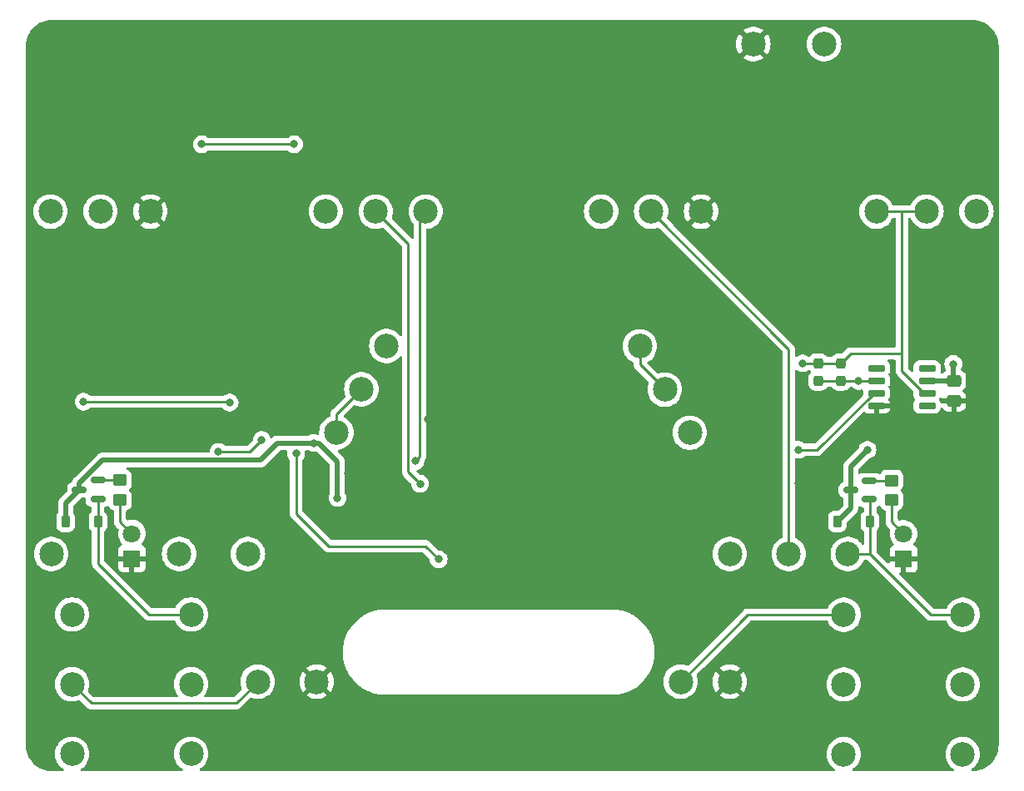
<source format=gbr>
%TF.GenerationSoftware,KiCad,Pcbnew,7.0.1*%
%TF.CreationDate,2023-11-18T18:03:43+02:00*%
%TF.ProjectId,Punainen Husse,50756e61-696e-4656-9e20-48757373652e,rev?*%
%TF.SameCoordinates,Original*%
%TF.FileFunction,Copper,L1,Top*%
%TF.FilePolarity,Positive*%
%FSLAX46Y46*%
G04 Gerber Fmt 4.6, Leading zero omitted, Abs format (unit mm)*
G04 Created by KiCad (PCBNEW 7.0.1) date 2023-11-18 18:03:43*
%MOMM*%
%LPD*%
G01*
G04 APERTURE LIST*
G04 Aperture macros list*
%AMRoundRect*
0 Rectangle with rounded corners*
0 $1 Rounding radius*
0 $2 $3 $4 $5 $6 $7 $8 $9 X,Y pos of 4 corners*
0 Add a 4 corners polygon primitive as box body*
4,1,4,$2,$3,$4,$5,$6,$7,$8,$9,$2,$3,0*
0 Add four circle primitives for the rounded corners*
1,1,$1+$1,$2,$3*
1,1,$1+$1,$4,$5*
1,1,$1+$1,$6,$7*
1,1,$1+$1,$8,$9*
0 Add four rect primitives between the rounded corners*
20,1,$1+$1,$2,$3,$4,$5,0*
20,1,$1+$1,$4,$5,$6,$7,0*
20,1,$1+$1,$6,$7,$8,$9,0*
20,1,$1+$1,$8,$9,$2,$3,0*%
G04 Aperture macros list end*
%TA.AperFunction,ComponentPad*%
%ADD10C,2.500000*%
%TD*%
%TA.AperFunction,SMDPad,CuDef*%
%ADD11RoundRect,0.250000X-0.450000X0.350000X-0.450000X-0.350000X0.450000X-0.350000X0.450000X0.350000X0*%
%TD*%
%TA.AperFunction,SMDPad,CuDef*%
%ADD12RoundRect,0.150000X0.587500X0.150000X-0.587500X0.150000X-0.587500X-0.150000X0.587500X-0.150000X0*%
%TD*%
%TA.AperFunction,SMDPad,CuDef*%
%ADD13RoundRect,0.237500X0.237500X-0.287500X0.237500X0.287500X-0.237500X0.287500X-0.237500X-0.287500X0*%
%TD*%
%TA.AperFunction,SMDPad,CuDef*%
%ADD14RoundRect,0.237500X-0.237500X0.287500X-0.237500X-0.287500X0.237500X-0.287500X0.237500X0.287500X0*%
%TD*%
%TA.AperFunction,SMDPad,CuDef*%
%ADD15RoundRect,0.150000X-0.725000X-0.150000X0.725000X-0.150000X0.725000X0.150000X-0.725000X0.150000X0*%
%TD*%
%TA.AperFunction,SMDPad,CuDef*%
%ADD16RoundRect,0.225000X-0.225000X-0.375000X0.225000X-0.375000X0.225000X0.375000X-0.225000X0.375000X0*%
%TD*%
%TA.AperFunction,SMDPad,CuDef*%
%ADD17RoundRect,0.250000X-0.475000X0.337500X-0.475000X-0.337500X0.475000X-0.337500X0.475000X0.337500X0*%
%TD*%
%TA.AperFunction,ComponentPad*%
%ADD18R,1.800000X1.800000*%
%TD*%
%TA.AperFunction,ComponentPad*%
%ADD19C,1.800000*%
%TD*%
%TA.AperFunction,ViaPad*%
%ADD20C,0.800000*%
%TD*%
%TA.AperFunction,Conductor*%
%ADD21C,0.250000*%
%TD*%
%TA.AperFunction,Conductor*%
%ADD22C,0.500000*%
%TD*%
G04 APERTURE END LIST*
D10*
%TO.P,TP6,1,1*%
%TO.N,IN_red_pcb*%
X179000000Y-116000000D03*
%TD*%
%TO.P,TP1,1,1*%
%TO.N,OUT_red*%
X174000000Y-129000000D03*
%TD*%
D11*
%TO.P,R24,1*%
%TO.N,Net-(Q4-S)*%
X116985000Y-108500000D03*
%TO.P,R24,2*%
%TO.N,Net-(LED8-A)*%
X116985000Y-110500000D03*
%TD*%
D10*
%TO.P,TP9,1,1*%
%TO.N,OUT_engi_pcb*%
X130000000Y-116000000D03*
%TD*%
D12*
%TO.P,Q4,1,G*%
%TO.N,FS_engi*%
X114735000Y-110400000D03*
%TO.P,Q4,2,S*%
%TO.N,Net-(Q4-S)*%
X114735000Y-108500000D03*
%TO.P,Q4,3,D*%
%TO.N,+9V*%
X112860000Y-109450000D03*
%TD*%
D13*
%TO.P,LED5,1,K*%
%TO.N,Net-(LED5-K)*%
X188000000Y-98350000D03*
%TO.P,LED5,2,A*%
%TO.N,Net-(LED5-A)*%
X188000000Y-96600000D03*
%TD*%
D10*
%TO.P,TP10,1,1*%
%TO.N,IN_engi_pcb*%
X110000000Y-116000000D03*
%TD*%
%TO.P,TP12,1,1*%
%TO.N,Net-(R22-Pad1)*%
X188600000Y-64100000D03*
%TD*%
%TO.P,TP2,1,1*%
%TO.N,IN_engi*%
X131000000Y-129000000D03*
%TD*%
D14*
%TO.P,LED6,1,K*%
%TO.N,Net-(LED5-A)*%
X190300000Y-96600000D03*
%TO.P,LED6,2,A*%
%TO.N,Net-(LED5-K)*%
X190300000Y-98350000D03*
%TD*%
D15*
%TO.P,U2,1,NULL*%
%TO.N,unconnected-(U2-NULL-Pad1)*%
X193925000Y-97095000D03*
%TO.P,U2,2,-*%
%TO.N,Net-(LED5-K)*%
X193925000Y-98365000D03*
%TO.P,U2,3,+*%
%TO.N,Net-(U2-+)*%
X193925000Y-99635000D03*
%TO.P,U2,4,V-*%
%TO.N,GND*%
X193925000Y-100905000D03*
%TO.P,U2,5,NULL*%
%TO.N,unconnected-(U2-NULL-Pad5)*%
X199075000Y-100905000D03*
%TO.P,U2,6*%
%TO.N,Net-(LED5-A)*%
X199075000Y-99635000D03*
%TO.P,U2,7,V+*%
%TO.N,+9V*%
X199075000Y-98365000D03*
%TO.P,U2,8,NC*%
%TO.N,unconnected-(U2-NC-Pad8)*%
X199075000Y-97095000D03*
%TD*%
D10*
%TO.P,TP8,1,1*%
%TO.N,FS_engi*%
X123000000Y-116000000D03*
%TD*%
%TO.P,TP5,1,1*%
%TO.N,OUT_red_pcb*%
X185000000Y-116000000D03*
%TD*%
%TO.P,TP7,1,1*%
%TO.N,FS_red*%
X191000000Y-116000000D03*
%TD*%
D12*
%TO.P,Q3,1,G*%
%TO.N,FS_red*%
X193175000Y-110450000D03*
%TO.P,Q3,2,S*%
%TO.N,Net-(Q3-S)*%
X193175000Y-108550000D03*
%TO.P,Q3,3,D*%
%TO.N,+9V*%
X191300000Y-109500000D03*
%TD*%
D10*
%TO.P,TP3,1,1*%
%TO.N,GND*%
X137000000Y-129000000D03*
%TD*%
%TO.P,TP4,1,1*%
%TO.N,GND*%
X179000000Y-129000000D03*
%TD*%
D16*
%TO.P,D5,1,K*%
%TO.N,+9V*%
X111460000Y-112700000D03*
%TO.P,D5,2,A*%
%TO.N,FS_engi*%
X114760000Y-112700000D03*
%TD*%
D11*
%TO.P,R23,1*%
%TO.N,Net-(Q3-S)*%
X195465000Y-108520000D03*
%TO.P,R23,2*%
%TO.N,Net-(LED7-A)*%
X195465000Y-110520000D03*
%TD*%
D17*
%TO.P,C5,1*%
%TO.N,+9V*%
X201800000Y-98362500D03*
%TO.P,C5,2*%
%TO.N,GND*%
X201800000Y-100437500D03*
%TD*%
D16*
%TO.P,D4,1,K*%
%TO.N,+9V*%
X189940000Y-112720000D03*
%TO.P,D4,2,A*%
%TO.N,FS_red*%
X193240000Y-112720000D03*
%TD*%
D10*
%TO.P,TP11,1,1*%
%TO.N,GND*%
X181400000Y-64100000D03*
%TD*%
%TO.P,Rv3,1,1*%
%TO.N,GND*%
X176080000Y-81150000D03*
%TO.P,Rv3,2,2*%
%TO.N,OUT_red_pcb*%
X171000000Y-81150000D03*
%TO.P,Rv3,3,3*%
%TO.N,Net-(C14-Pad2)*%
X165920000Y-81150000D03*
%TD*%
%TO.P,SW2,1,A*%
%TO.N,IN_engi_pcb*%
X112120000Y-136360000D03*
%TO.P,SW2,2,B*%
%TO.N,IN_engi*%
X112120000Y-129260000D03*
%TO.P,SW2,3,C*%
%TO.N,IN_red*%
X112120000Y-122160000D03*
%TO.P,SW2,4,A*%
%TO.N,FS_engi*%
X124220000Y-122160000D03*
%TO.P,SW2,5,B*%
%TO.N,OUT_engi_pcb*%
X124220000Y-129260000D03*
%TO.P,SW2,6,C*%
%TO.N,IN_red*%
X124220000Y-136360000D03*
%TD*%
D18*
%TO.P,LED8,1,K*%
%TO.N,GND*%
X118200000Y-116475000D03*
D19*
%TO.P,LED8,2,A*%
%TO.N,Net-(LED8-A)*%
X118200000Y-113935000D03*
%TD*%
D10*
%TO.P,SW1,1,A*%
%TO.N,IN_red_pcb*%
X190590000Y-136380000D03*
%TO.P,SW1,2,B*%
%TO.N,IN_red*%
X190590000Y-129280000D03*
%TO.P,SW1,3,C*%
%TO.N,OUT_red*%
X190590000Y-122180000D03*
%TO.P,SW1,4,A*%
%TO.N,FS_red*%
X202690000Y-122180000D03*
%TO.P,SW1,5,B*%
%TO.N,OUT_red_pcb*%
X202690000Y-129280000D03*
%TO.P,SW1,6,C*%
%TO.N,OUT_red*%
X202690000Y-136380000D03*
%TD*%
%TO.P,Rv6,1,1*%
%TO.N,GND*%
X120080000Y-81150000D03*
%TO.P,Rv6,2,2*%
%TO.N,OUT_engi_pcb*%
X115000000Y-81150000D03*
%TO.P,Rv6,3,3*%
%TO.N,Net-(C15-Pad2)*%
X109920000Y-81150000D03*
%TD*%
%TO.P,Rv5,1,1*%
%TO.N,Net-(C9-Pad1)*%
X148080000Y-81150000D03*
%TO.P,Rv5,2,2*%
%TO.N,Net-(U1C--)*%
X143000000Y-81150000D03*
%TO.P,Rv5,3,3*%
%TO.N,unconnected-(Rv5-Pad3)*%
X137920000Y-81150000D03*
%TD*%
%TO.P,Rv4,1,1*%
%TO.N,Net-(R11-Pad2)*%
X144078684Y-94845885D03*
%TO.P,Rv4,2,2*%
%TO.N,Net-(C7-Pad1)*%
X141538684Y-99245294D03*
%TO.P,Rv4,3,3*%
X138998684Y-103644703D03*
%TD*%
%TO.P,Rv2,1,1*%
%TO.N,Net-(R14-Pad1)*%
X174941316Y-103664703D03*
%TO.P,Rv2,2,2*%
%TO.N,Net-(C8-Pad1)*%
X172401316Y-99265294D03*
%TO.P,Rv2,3,3*%
X169861316Y-94865885D03*
%TD*%
D18*
%TO.P,LED7,1,K*%
%TO.N,GND*%
X196680000Y-116495000D03*
D19*
%TO.P,LED7,2,A*%
%TO.N,Net-(LED7-A)*%
X196680000Y-113955000D03*
%TD*%
D10*
%TO.P,Rv1,1,1*%
%TO.N,Net-(R7-Pad1)*%
X204080000Y-81150000D03*
%TO.P,Rv1,2,2*%
%TO.N,Net-(LED5-A)*%
X199000000Y-81150000D03*
%TO.P,Rv1,3,3*%
X193920000Y-81150000D03*
%TD*%
D20*
%TO.N,GND*%
X144500000Y-86500000D03*
X136700000Y-115400000D03*
X172700000Y-86300000D03*
X199500000Y-130000000D03*
X113000000Y-118500000D03*
X116600000Y-133200000D03*
X182600000Y-85600000D03*
X150500000Y-95900000D03*
X148300000Y-102300000D03*
X110200000Y-98000000D03*
X149500000Y-91500000D03*
X145100000Y-97100000D03*
X140200000Y-107800000D03*
X193900000Y-102200000D03*
X144500000Y-91500000D03*
X123100000Y-93900000D03*
X189100000Y-101000000D03*
X146900000Y-111400000D03*
X180400000Y-108800000D03*
X159800000Y-87200000D03*
X133300000Y-107800000D03*
X136600000Y-92100000D03*
X137800000Y-77800000D03*
X120000000Y-129000000D03*
X116600000Y-105000000D03*
X182000000Y-116500000D03*
X119100000Y-94100000D03*
X136600000Y-97200000D03*
X131900000Y-102000000D03*
X203800000Y-100500000D03*
X155900000Y-108100000D03*
X174500000Y-89800000D03*
X202400000Y-86900000D03*
X196600000Y-133000000D03*
X133800000Y-103500000D03*
X127900000Y-96400000D03*
X129100000Y-109100000D03*
X141700000Y-102000000D03*
X186000000Y-108800000D03*
X179000000Y-93000000D03*
X136750000Y-107800000D03*
X179000000Y-102500000D03*
X153700000Y-102300000D03*
X191000000Y-133000000D03*
X123200000Y-89000000D03*
X149500000Y-86500000D03*
X119000000Y-118500000D03*
%TO.N,Net-(LED5-A)*%
X186400000Y-96600000D03*
%TO.N,Net-(U2-+)*%
X186000000Y-105400000D03*
%TO.N,Net-(U1C--)*%
X125300000Y-74300000D03*
X134700000Y-74300000D03*
X147500000Y-108860000D03*
%TO.N,+9V*%
X201735000Y-96665000D03*
X139100000Y-110300000D03*
X193002082Y-105400000D03*
X136700000Y-104700000D03*
%TO.N,Net-(D3-K)*%
X127000000Y-105600000D03*
X131400000Y-104400000D03*
%TO.N,Net-(D3-A)*%
X149400000Y-116550000D03*
X134900000Y-105800000D03*
%TO.N,Net-(LED5-K)*%
X192100000Y-98400000D03*
%TO.N,Net-(LED2-K)*%
X128137500Y-100600000D03*
X113275000Y-100500000D03*
%TO.N,Net-(C9-Pad1)*%
X147024500Y-106550000D03*
%TD*%
D21*
%TO.N,Net-(D3-A)*%
X138210000Y-115210000D02*
X134900000Y-111900000D01*
X149400000Y-116550000D02*
X148060000Y-115210000D01*
X148060000Y-115210000D02*
X138210000Y-115210000D01*
X134900000Y-111900000D02*
X134900000Y-105800000D01*
%TO.N,Net-(C9-Pad1)*%
X147490000Y-81740000D02*
X148080000Y-81150000D01*
X147490000Y-106084500D02*
X147490000Y-81740000D01*
X147024500Y-106550000D02*
X147490000Y-106084500D01*
%TO.N,Net-(U1C--)*%
X146300000Y-84450000D02*
X143000000Y-81150000D01*
X147500000Y-108860000D02*
X146300000Y-107660000D01*
X146300000Y-107660000D02*
X146300000Y-84450000D01*
X125300000Y-74300000D02*
X134700000Y-74300000D01*
%TO.N,Net-(C7-Pad1)*%
X138998684Y-103644703D02*
X138998684Y-101785294D01*
X138998684Y-101785294D02*
X141538684Y-99245294D01*
%TO.N,Net-(C8-Pad1)*%
X169861316Y-94865885D02*
X169861316Y-96725294D01*
X169861316Y-96725294D02*
X172401316Y-99265294D01*
%TO.N,Net-(LED5-A)*%
X196500000Y-97336751D02*
X196500000Y-95600000D01*
X186400000Y-96600000D02*
X188000000Y-96600000D01*
X196500000Y-95600000D02*
X196500000Y-81150000D01*
X191300000Y-95600000D02*
X196500000Y-95600000D01*
X193920000Y-81150000D02*
X196500000Y-81150000D01*
X190300000Y-96600000D02*
X191300000Y-95600000D01*
X198798249Y-99635000D02*
X196500000Y-97336751D01*
X199075000Y-99635000D02*
X198798249Y-99635000D01*
X188000000Y-96600000D02*
X190300000Y-96600000D01*
X196500000Y-81150000D02*
X199000000Y-81150000D01*
%TO.N,Net-(U2-+)*%
X193648249Y-99635000D02*
X187883249Y-105400000D01*
X193925000Y-99635000D02*
X193648249Y-99635000D01*
X187883249Y-105400000D02*
X186000000Y-105400000D01*
%TO.N,FS_red*%
X193576306Y-116323694D02*
X199432613Y-122180000D01*
X191000000Y-116000000D02*
X193252612Y-116000000D01*
X193252612Y-116000000D02*
X193326306Y-116073694D01*
X199432613Y-122180000D02*
X202690000Y-122180000D01*
X193300000Y-110575000D02*
X193300000Y-116047388D01*
X193326306Y-116073694D02*
X193576306Y-116323694D01*
X193240000Y-115987387D02*
X193326306Y-116073694D01*
X193300000Y-116047388D02*
X193576306Y-116323694D01*
X193175000Y-110450000D02*
X193300000Y-110575000D01*
%TO.N,FS_engi*%
X114760000Y-116990000D02*
X119930000Y-122160000D01*
X114760000Y-110425000D02*
X114735000Y-110400000D01*
X114760000Y-116990000D02*
X114760000Y-115900000D01*
X119930000Y-122160000D02*
X124220000Y-122160000D01*
X114760000Y-112700000D02*
X114760000Y-110425000D01*
X114760000Y-115900000D02*
X114760000Y-112700000D01*
%TO.N,OUT_red_pcb*%
X171000000Y-81150000D02*
X185000000Y-95150000D01*
X185000000Y-95150000D02*
X185000000Y-116000000D01*
%TO.N,OUT_red*%
X190590000Y-122180000D02*
X180820000Y-122180000D01*
X180820000Y-122180000D02*
X174000000Y-129000000D01*
%TO.N,IN_engi*%
X112120000Y-129260000D02*
X114060000Y-131200000D01*
X128800000Y-131200000D02*
X131000000Y-129000000D01*
X114060000Y-131200000D02*
X128800000Y-131200000D01*
D22*
%TO.N,+9V*%
X112860000Y-108788972D02*
X112860000Y-109450000D01*
X137200000Y-104700000D02*
X136700000Y-104700000D01*
X191300000Y-109500000D02*
X191300000Y-107102082D01*
X115198972Y-106450000D02*
X112860000Y-108788972D01*
X191300000Y-111360000D02*
X189940000Y-112720000D01*
X139100000Y-106600000D02*
X137200000Y-104700000D01*
X191300000Y-109500000D02*
X191300000Y-111360000D01*
X191300000Y-107102082D02*
X193002082Y-105400000D01*
X139100000Y-110300000D02*
X139100000Y-106600000D01*
X201735000Y-96665000D02*
X201735000Y-98362500D01*
X131250000Y-106450000D02*
X115198972Y-106450000D01*
X199077500Y-98362500D02*
X199075000Y-98365000D01*
X111460000Y-110850000D02*
X112860000Y-109450000D01*
X201735000Y-98362500D02*
X199077500Y-98362500D01*
X133000000Y-104700000D02*
X131250000Y-106450000D01*
X111460000Y-112700000D02*
X111460000Y-110850000D01*
X136700000Y-104700000D02*
X133000000Y-104700000D01*
D21*
%TO.N,Net-(D3-K)*%
X130200000Y-105600000D02*
X127000000Y-105600000D01*
X131400000Y-104400000D02*
X130200000Y-105600000D01*
%TO.N,Net-(LED5-K)*%
X192150000Y-98350000D02*
X193910000Y-98350000D01*
X188000000Y-98350000D02*
X192050000Y-98350000D01*
X192050000Y-98350000D02*
X192100000Y-98400000D01*
X193910000Y-98350000D02*
X193925000Y-98365000D01*
X192100000Y-98400000D02*
X192150000Y-98350000D01*
%TO.N,Net-(Q3-S)*%
X193205000Y-108520000D02*
X193175000Y-108550000D01*
X195465000Y-108520000D02*
X193205000Y-108520000D01*
%TO.N,Net-(Q4-S)*%
X114735000Y-108500000D02*
X116985000Y-108500000D01*
%TO.N,Net-(LED7-A)*%
X195465000Y-110520000D02*
X195465000Y-112740000D01*
X195465000Y-112740000D02*
X196680000Y-113955000D01*
%TO.N,Net-(LED8-A)*%
X116985000Y-112720000D02*
X118200000Y-113935000D01*
X116985000Y-110500000D02*
X116985000Y-112720000D01*
%TO.N,Net-(LED2-K)*%
X128037500Y-100500000D02*
X113275000Y-100500000D01*
X128137500Y-100600000D02*
X128037500Y-100500000D01*
%TD*%
%TA.AperFunction,Conductor*%
%TO.N,GND*%
G36*
X187114495Y-97277390D02*
G01*
X187163953Y-97322886D01*
X187179660Y-97348351D01*
X187218628Y-97387319D01*
X187250722Y-97442906D01*
X187250722Y-97507094D01*
X187218628Y-97562681D01*
X187179661Y-97601647D01*
X187089091Y-97748484D01*
X187034825Y-97912246D01*
X187024500Y-98013323D01*
X187024500Y-98686676D01*
X187034825Y-98787752D01*
X187089091Y-98951515D01*
X187179661Y-99098352D01*
X187301647Y-99220338D01*
X187301649Y-99220339D01*
X187301650Y-99220340D01*
X187367804Y-99261144D01*
X187448484Y-99310908D01*
X187612246Y-99365174D01*
X187621614Y-99366131D01*
X187713323Y-99375500D01*
X188286676Y-99375499D01*
X188387753Y-99365174D01*
X188551516Y-99310908D01*
X188698350Y-99220340D01*
X188820340Y-99098350D01*
X188859783Y-99034402D01*
X188904890Y-98991223D01*
X188965322Y-98975500D01*
X189334678Y-98975500D01*
X189395110Y-98991223D01*
X189440217Y-99034403D01*
X189479661Y-99098352D01*
X189601647Y-99220338D01*
X189601649Y-99220339D01*
X189601650Y-99220340D01*
X189667804Y-99261144D01*
X189748484Y-99310908D01*
X189912246Y-99365174D01*
X189921614Y-99366131D01*
X190013323Y-99375500D01*
X190586676Y-99375499D01*
X190687753Y-99365174D01*
X190851516Y-99310908D01*
X190998350Y-99220340D01*
X191120340Y-99098350D01*
X191159783Y-99034402D01*
X191204890Y-98991223D01*
X191265322Y-98975500D01*
X191351232Y-98975500D01*
X191401667Y-98986220D01*
X191443382Y-99016528D01*
X191494129Y-99072889D01*
X191647269Y-99184151D01*
X191820197Y-99261144D01*
X192005352Y-99300500D01*
X192005354Y-99300500D01*
X192194646Y-99300500D01*
X192194648Y-99300500D01*
X192392551Y-99258435D01*
X192392780Y-99259513D01*
X192440737Y-99251753D01*
X192500151Y-99273890D01*
X192540855Y-99322503D01*
X192552208Y-99384882D01*
X192549500Y-99419303D01*
X192549500Y-99797796D01*
X192540061Y-99845249D01*
X192513181Y-99885477D01*
X187660477Y-104738181D01*
X187620249Y-104765061D01*
X187572796Y-104774500D01*
X186703747Y-104774500D01*
X186653312Y-104763780D01*
X186611598Y-104733473D01*
X186605871Y-104727112D01*
X186452730Y-104615849D01*
X186452729Y-104615848D01*
X186452727Y-104615847D01*
X186279802Y-104538855D01*
X186094648Y-104499500D01*
X186094646Y-104499500D01*
X185905354Y-104499500D01*
X185905352Y-104499500D01*
X185775281Y-104527147D01*
X185720552Y-104526431D01*
X185671464Y-104502223D01*
X185637579Y-104459240D01*
X185625500Y-104405857D01*
X185625500Y-97393736D01*
X185643773Y-97328946D01*
X185693205Y-97283251D01*
X185759229Y-97270118D01*
X185822385Y-97293418D01*
X185947269Y-97384151D01*
X186120197Y-97461144D01*
X186305352Y-97500500D01*
X186305354Y-97500500D01*
X186494646Y-97500500D01*
X186494648Y-97500500D01*
X186645148Y-97468510D01*
X186679803Y-97461144D01*
X186749193Y-97430248D01*
X186852727Y-97384153D01*
X186863811Y-97376100D01*
X186985532Y-97287664D01*
X187048566Y-97264376D01*
X187114495Y-97277390D01*
G37*
%TD.AperFunction*%
%TA.AperFunction,Conductor*%
G36*
X203703471Y-61650695D02*
G01*
X203739913Y-61652741D01*
X203989706Y-61666769D01*
X204003505Y-61668323D01*
X204282701Y-61715761D01*
X204296258Y-61718855D01*
X204568385Y-61797254D01*
X204581509Y-61801847D01*
X204843139Y-61910217D01*
X204855661Y-61916246D01*
X205048955Y-62023076D01*
X205103523Y-62053235D01*
X205115297Y-62060633D01*
X205346265Y-62224513D01*
X205357133Y-62233181D01*
X205568286Y-62421881D01*
X205578118Y-62431713D01*
X205766818Y-62642866D01*
X205775489Y-62653738D01*
X205939366Y-62884702D01*
X205946764Y-62896476D01*
X206083749Y-63144331D01*
X206089782Y-63156860D01*
X206198152Y-63418490D01*
X206202745Y-63431614D01*
X206281144Y-63703741D01*
X206284238Y-63717298D01*
X206331674Y-63996483D01*
X206333231Y-64010301D01*
X206349305Y-64296528D01*
X206349500Y-64303481D01*
X206349500Y-135436519D01*
X206349305Y-135443472D01*
X206333231Y-135729698D01*
X206331674Y-135743516D01*
X206284238Y-136022701D01*
X206281144Y-136036258D01*
X206202745Y-136308385D01*
X206198152Y-136321509D01*
X206089782Y-136583139D01*
X206083749Y-136595668D01*
X205946764Y-136843523D01*
X205939366Y-136855297D01*
X205775489Y-137086261D01*
X205766818Y-137097133D01*
X205578118Y-137308286D01*
X205568286Y-137318118D01*
X205357133Y-137506818D01*
X205346261Y-137515489D01*
X205115297Y-137679366D01*
X205103523Y-137686764D01*
X204855668Y-137823749D01*
X204843139Y-137829782D01*
X204581509Y-137938152D01*
X204568385Y-137942745D01*
X204296258Y-138021144D01*
X204282701Y-138024238D01*
X204003516Y-138071674D01*
X203989698Y-138073231D01*
X203703472Y-138089305D01*
X203696519Y-138089500D01*
X203692091Y-138089500D01*
X203631704Y-138073803D01*
X203586607Y-138030685D01*
X203568216Y-137971063D01*
X203581188Y-137910033D01*
X203622237Y-137863047D01*
X203784479Y-137752433D01*
X203784482Y-137752429D01*
X203784485Y-137752428D01*
X203869792Y-137673273D01*
X203976805Y-137573981D01*
X204140386Y-137368857D01*
X204271568Y-137141643D01*
X204367420Y-136897416D01*
X204425802Y-136641630D01*
X204445408Y-136380000D01*
X204425802Y-136118370D01*
X204367420Y-135862584D01*
X204359569Y-135842581D01*
X204320689Y-135743516D01*
X204271568Y-135618357D01*
X204140386Y-135391143D01*
X203976805Y-135186019D01*
X203976801Y-135186015D01*
X203784485Y-135007571D01*
X203755144Y-134987567D01*
X203567704Y-134859772D01*
X203331323Y-134745937D01*
X203080615Y-134668604D01*
X202821182Y-134629500D01*
X202558818Y-134629500D01*
X202299385Y-134668604D01*
X202048677Y-134745937D01*
X201853829Y-134839771D01*
X201812296Y-134859772D01*
X201742922Y-134907070D01*
X201595514Y-135007571D01*
X201403198Y-135186015D01*
X201239613Y-135391143D01*
X201108431Y-135618358D01*
X201012580Y-135862581D01*
X200954197Y-136118372D01*
X200934591Y-136380000D01*
X200954197Y-136641627D01*
X201012580Y-136897418D01*
X201108431Y-137141641D01*
X201207641Y-137313479D01*
X201239614Y-137368857D01*
X201403195Y-137573981D01*
X201403197Y-137573983D01*
X201403198Y-137573984D01*
X201595514Y-137752428D01*
X201595520Y-137752432D01*
X201595521Y-137752433D01*
X201757762Y-137863047D01*
X201798812Y-137910033D01*
X201811784Y-137971063D01*
X201793393Y-138030685D01*
X201748296Y-138073803D01*
X201687909Y-138089500D01*
X191592091Y-138089500D01*
X191531704Y-138073803D01*
X191486607Y-138030685D01*
X191468216Y-137971063D01*
X191481188Y-137910033D01*
X191522237Y-137863047D01*
X191684479Y-137752433D01*
X191684482Y-137752429D01*
X191684485Y-137752428D01*
X191769792Y-137673273D01*
X191876805Y-137573981D01*
X192040386Y-137368857D01*
X192171568Y-137141643D01*
X192267420Y-136897416D01*
X192325802Y-136641630D01*
X192345408Y-136380000D01*
X192325802Y-136118370D01*
X192267420Y-135862584D01*
X192259569Y-135842581D01*
X192220689Y-135743516D01*
X192171568Y-135618357D01*
X192040386Y-135391143D01*
X191876805Y-135186019D01*
X191876801Y-135186015D01*
X191684485Y-135007571D01*
X191655144Y-134987567D01*
X191467704Y-134859772D01*
X191231323Y-134745937D01*
X190980615Y-134668604D01*
X190721182Y-134629500D01*
X190458818Y-134629500D01*
X190199385Y-134668604D01*
X189948677Y-134745937D01*
X189753829Y-134839771D01*
X189712296Y-134859772D01*
X189642922Y-134907070D01*
X189495514Y-135007571D01*
X189303198Y-135186015D01*
X189139613Y-135391143D01*
X189008431Y-135618358D01*
X188912580Y-135862581D01*
X188854197Y-136118372D01*
X188834591Y-136380000D01*
X188854197Y-136641627D01*
X188912580Y-136897418D01*
X189008431Y-137141641D01*
X189107641Y-137313479D01*
X189139614Y-137368857D01*
X189303195Y-137573981D01*
X189303197Y-137573983D01*
X189303198Y-137573984D01*
X189495514Y-137752428D01*
X189495520Y-137752432D01*
X189495521Y-137752433D01*
X189657762Y-137863047D01*
X189698812Y-137910033D01*
X189711784Y-137971063D01*
X189693393Y-138030685D01*
X189648296Y-138073803D01*
X189587909Y-138089500D01*
X125192756Y-138089500D01*
X125132369Y-138073803D01*
X125087272Y-138030685D01*
X125068881Y-137971063D01*
X125081853Y-137910033D01*
X125122902Y-137863048D01*
X125314479Y-137732433D01*
X125314482Y-137732429D01*
X125314485Y-137732428D01*
X125399792Y-137653273D01*
X125506805Y-137553981D01*
X125670386Y-137348857D01*
X125801568Y-137121643D01*
X125897420Y-136877416D01*
X125955802Y-136621630D01*
X125975408Y-136360000D01*
X125955802Y-136098370D01*
X125897420Y-135842584D01*
X125801568Y-135598357D01*
X125670386Y-135371143D01*
X125506805Y-135166019D01*
X125506801Y-135166015D01*
X125314485Y-134987571D01*
X125297170Y-134975766D01*
X125097704Y-134839772D01*
X124861323Y-134725937D01*
X124610615Y-134648604D01*
X124351182Y-134609500D01*
X124088818Y-134609500D01*
X123829385Y-134648604D01*
X123578677Y-134725937D01*
X123342296Y-134839772D01*
X123272922Y-134887070D01*
X123125514Y-134987571D01*
X122933198Y-135166015D01*
X122769613Y-135371143D01*
X122638431Y-135598358D01*
X122542580Y-135842581D01*
X122484197Y-136098372D01*
X122464591Y-136359999D01*
X122484197Y-136621627D01*
X122542580Y-136877418D01*
X122638431Y-137121641D01*
X122751866Y-137318118D01*
X122769614Y-137348857D01*
X122933195Y-137553981D01*
X122933197Y-137553983D01*
X122933198Y-137553984D01*
X123125514Y-137732428D01*
X123125520Y-137732432D01*
X123125521Y-137732433D01*
X123317097Y-137863048D01*
X123358147Y-137910033D01*
X123371119Y-137971063D01*
X123352728Y-138030685D01*
X123307631Y-138073803D01*
X123247244Y-138089500D01*
X113092756Y-138089500D01*
X113032369Y-138073803D01*
X112987272Y-138030685D01*
X112968881Y-137971063D01*
X112981853Y-137910033D01*
X113022902Y-137863048D01*
X113214479Y-137732433D01*
X113214482Y-137732429D01*
X113214485Y-137732428D01*
X113299792Y-137653273D01*
X113406805Y-137553981D01*
X113570386Y-137348857D01*
X113701568Y-137121643D01*
X113797420Y-136877416D01*
X113855802Y-136621630D01*
X113875408Y-136360000D01*
X113855802Y-136098370D01*
X113797420Y-135842584D01*
X113701568Y-135598357D01*
X113570386Y-135371143D01*
X113406805Y-135166019D01*
X113406801Y-135166015D01*
X113214485Y-134987571D01*
X113197170Y-134975766D01*
X112997704Y-134839772D01*
X112761323Y-134725937D01*
X112510615Y-134648604D01*
X112251182Y-134609500D01*
X111988818Y-134609500D01*
X111729385Y-134648604D01*
X111478677Y-134725937D01*
X111242296Y-134839772D01*
X111172922Y-134887070D01*
X111025514Y-134987571D01*
X110833198Y-135166015D01*
X110669613Y-135371143D01*
X110538431Y-135598358D01*
X110442580Y-135842581D01*
X110384197Y-136098372D01*
X110364591Y-136359999D01*
X110384197Y-136621627D01*
X110442580Y-136877418D01*
X110538431Y-137121641D01*
X110651866Y-137318118D01*
X110669614Y-137348857D01*
X110833195Y-137553981D01*
X110833197Y-137553983D01*
X110833198Y-137553984D01*
X111025514Y-137732428D01*
X111025520Y-137732432D01*
X111025521Y-137732433D01*
X111217097Y-137863048D01*
X111258147Y-137910033D01*
X111271119Y-137971063D01*
X111252728Y-138030685D01*
X111207631Y-138073803D01*
X111147244Y-138089500D01*
X110043481Y-138089500D01*
X110036528Y-138089305D01*
X109750301Y-138073231D01*
X109736483Y-138071674D01*
X109457298Y-138024238D01*
X109443741Y-138021144D01*
X109171614Y-137942745D01*
X109158490Y-137938152D01*
X108896860Y-137829782D01*
X108884331Y-137823749D01*
X108636476Y-137686764D01*
X108624702Y-137679366D01*
X108393738Y-137515489D01*
X108382866Y-137506818D01*
X108171713Y-137318118D01*
X108161881Y-137308286D01*
X107973181Y-137097133D01*
X107964510Y-137086261D01*
X107800633Y-136855297D01*
X107793235Y-136843523D01*
X107682056Y-136642360D01*
X107656246Y-136595661D01*
X107650217Y-136583139D01*
X107541847Y-136321509D01*
X107537254Y-136308385D01*
X107458855Y-136036258D01*
X107455761Y-136022701D01*
X107428556Y-135862584D01*
X107408323Y-135743505D01*
X107406769Y-135729706D01*
X107390695Y-135443471D01*
X107390500Y-135436519D01*
X107390500Y-129259999D01*
X110364591Y-129259999D01*
X110384197Y-129521627D01*
X110442580Y-129777418D01*
X110525453Y-129988573D01*
X110538432Y-130021643D01*
X110669614Y-130248857D01*
X110833195Y-130453981D01*
X110833197Y-130453983D01*
X110833198Y-130453984D01*
X111025514Y-130632428D01*
X111025520Y-130632432D01*
X111025521Y-130632433D01*
X111242296Y-130780228D01*
X111478677Y-130894063D01*
X111729385Y-130971396D01*
X111988818Y-131010500D01*
X112251182Y-131010500D01*
X112510615Y-130971396D01*
X112673596Y-130921123D01*
X112770204Y-130891324D01*
X112770777Y-130893183D01*
X112804210Y-130884891D01*
X112854152Y-130893375D01*
X112896533Y-130921123D01*
X113559196Y-131583787D01*
X113572096Y-131599888D01*
X113623223Y-131647900D01*
X113626020Y-131650611D01*
X113645529Y-131670120D01*
X113648711Y-131672588D01*
X113657571Y-131680155D01*
X113689418Y-131710062D01*
X113706970Y-131719711D01*
X113723238Y-131730397D01*
X113739064Y-131742673D01*
X113779146Y-131760017D01*
X113789633Y-131765155D01*
X113827907Y-131786197D01*
X113836410Y-131788379D01*
X113847308Y-131791178D01*
X113865713Y-131797478D01*
X113884104Y-131805437D01*
X113927250Y-131812270D01*
X113938668Y-131814635D01*
X113980981Y-131825500D01*
X114001016Y-131825500D01*
X114020415Y-131827027D01*
X114040196Y-131830160D01*
X114083674Y-131826050D01*
X114095344Y-131825500D01*
X128717256Y-131825500D01*
X128737762Y-131827764D01*
X128740665Y-131827672D01*
X128740667Y-131827673D01*
X128807872Y-131825561D01*
X128811768Y-131825500D01*
X128839349Y-131825500D01*
X128839350Y-131825500D01*
X128843319Y-131824998D01*
X128854965Y-131824080D01*
X128898627Y-131822709D01*
X128917859Y-131817120D01*
X128936918Y-131813174D01*
X128944099Y-131812267D01*
X128956792Y-131810664D01*
X128997407Y-131794582D01*
X129008444Y-131790803D01*
X129050390Y-131778618D01*
X129067629Y-131768422D01*
X129085102Y-131759862D01*
X129103732Y-131752486D01*
X129139064Y-131726814D01*
X129148830Y-131720400D01*
X129186418Y-131698171D01*
X129186417Y-131698171D01*
X129186420Y-131698170D01*
X129200585Y-131684004D01*
X129215373Y-131671373D01*
X129231587Y-131659594D01*
X129259438Y-131625926D01*
X129267279Y-131617309D01*
X130223468Y-130661120D01*
X130265855Y-130633371D01*
X130315806Y-130624891D01*
X130349221Y-130633185D01*
X130349796Y-130631324D01*
X130418231Y-130652433D01*
X130609385Y-130711396D01*
X130868818Y-130750500D01*
X131131182Y-130750500D01*
X131390615Y-130711396D01*
X131641323Y-130634063D01*
X131877704Y-130520228D01*
X132050056Y-130402720D01*
X135950831Y-130402720D01*
X136122546Y-130519793D01*
X136358860Y-130633596D01*
X136609496Y-130710908D01*
X136868856Y-130750000D01*
X137131144Y-130750000D01*
X137390503Y-130710908D01*
X137641139Y-130633596D01*
X137877456Y-130519792D01*
X138049167Y-130402720D01*
X137000001Y-129353553D01*
X137000000Y-129353553D01*
X135950831Y-130402720D01*
X132050056Y-130402720D01*
X132094479Y-130372433D01*
X132094482Y-130372429D01*
X132094485Y-130372428D01*
X132179792Y-130293273D01*
X132286805Y-130193981D01*
X132450386Y-129988857D01*
X132581568Y-129761643D01*
X132677420Y-129517416D01*
X132735802Y-129261630D01*
X132755408Y-129000000D01*
X135245092Y-129000000D01*
X135264693Y-129261552D01*
X135323059Y-129517270D01*
X135418882Y-129761424D01*
X135550027Y-129988573D01*
X135597873Y-130048571D01*
X136646445Y-129000001D01*
X137353553Y-129000001D01*
X138402124Y-130048571D01*
X138449972Y-129988572D01*
X138581117Y-129761423D01*
X138676940Y-129517270D01*
X138735306Y-129261552D01*
X138754907Y-128999999D01*
X138735306Y-128738447D01*
X138676940Y-128482729D01*
X138581117Y-128238575D01*
X138449972Y-128011426D01*
X138402125Y-127951427D01*
X137353553Y-129000000D01*
X137353553Y-129000001D01*
X136646445Y-129000001D01*
X136646446Y-129000000D01*
X136646446Y-128999998D01*
X135597874Y-127951428D01*
X135550026Y-128011428D01*
X135418882Y-128238576D01*
X135323059Y-128482729D01*
X135264693Y-128738447D01*
X135245092Y-129000000D01*
X132755408Y-129000000D01*
X132735802Y-128738370D01*
X132677420Y-128482584D01*
X132581568Y-128238357D01*
X132450386Y-128011143D01*
X132286805Y-127806019D01*
X132286801Y-127806015D01*
X132094485Y-127627571D01*
X132050053Y-127597278D01*
X135950832Y-127597278D01*
X137000000Y-128646446D01*
X137000001Y-128646446D01*
X138049167Y-127597278D01*
X137877451Y-127480205D01*
X137641139Y-127366403D01*
X137390503Y-127289091D01*
X137131144Y-127250000D01*
X136868856Y-127250000D01*
X136609496Y-127289091D01*
X136358860Y-127366403D01*
X136122545Y-127480206D01*
X135950832Y-127597278D01*
X132050053Y-127597278D01*
X132007996Y-127568604D01*
X131877704Y-127479772D01*
X131641323Y-127365937D01*
X131390615Y-127288604D01*
X131131182Y-127249500D01*
X130868818Y-127249500D01*
X130609385Y-127288604D01*
X130358677Y-127365937D01*
X130122296Y-127479772D01*
X130078693Y-127509500D01*
X129905514Y-127627571D01*
X129713198Y-127806015D01*
X129549613Y-128011143D01*
X129418431Y-128238358D01*
X129322580Y-128482581D01*
X129264197Y-128738372D01*
X129244591Y-128999999D01*
X129264197Y-129261627D01*
X129322580Y-129517418D01*
X129370544Y-129639627D01*
X129379106Y-129686475D01*
X129369379Y-129733095D01*
X129342797Y-129772610D01*
X128577228Y-130538181D01*
X128537000Y-130565061D01*
X128489547Y-130574500D01*
X125668183Y-130574500D01*
X125602211Y-130555494D01*
X125556463Y-130504301D01*
X125544963Y-130436616D01*
X125571236Y-130373187D01*
X125618928Y-130313383D01*
X125670386Y-130248857D01*
X125801568Y-130021643D01*
X125897420Y-129777416D01*
X125955802Y-129521630D01*
X125975408Y-129260000D01*
X125972303Y-129218572D01*
X125961886Y-129079554D01*
X125955802Y-128998370D01*
X125897420Y-128742584D01*
X125895796Y-128738447D01*
X125833840Y-128580586D01*
X125801568Y-128498357D01*
X125670386Y-128271143D01*
X125506805Y-128066019D01*
X125506801Y-128066015D01*
X125314485Y-127887571D01*
X125194864Y-127806015D01*
X125097704Y-127739772D01*
X124861323Y-127625937D01*
X124610615Y-127548604D01*
X124351182Y-127509500D01*
X124088818Y-127509500D01*
X123829385Y-127548604D01*
X123578677Y-127625937D01*
X123342296Y-127739772D01*
X123272922Y-127787070D01*
X123125514Y-127887571D01*
X122933198Y-128066015D01*
X122769613Y-128271143D01*
X122638431Y-128498358D01*
X122542580Y-128742581D01*
X122484197Y-128998372D01*
X122464591Y-129259999D01*
X122484197Y-129521627D01*
X122542580Y-129777418D01*
X122625453Y-129988573D01*
X122638432Y-130021643D01*
X122649978Y-130041641D01*
X122769613Y-130248856D01*
X122868764Y-130373187D01*
X122895037Y-130436616D01*
X122883537Y-130504301D01*
X122837789Y-130555494D01*
X122771817Y-130574500D01*
X114370453Y-130574500D01*
X114323000Y-130565061D01*
X114282772Y-130538181D01*
X113777202Y-130032611D01*
X113750620Y-129993096D01*
X113740893Y-129946476D01*
X113749454Y-129899629D01*
X113797420Y-129777416D01*
X113855802Y-129521630D01*
X113875408Y-129260000D01*
X113872303Y-129218572D01*
X113861886Y-129079554D01*
X113855802Y-128998370D01*
X113797420Y-128742584D01*
X113795796Y-128738447D01*
X113733840Y-128580586D01*
X113701568Y-128498357D01*
X113570386Y-128271143D01*
X113406805Y-128066019D01*
X113406801Y-128066015D01*
X113214485Y-127887571D01*
X113094864Y-127806015D01*
X112997704Y-127739772D01*
X112761323Y-127625937D01*
X112510615Y-127548604D01*
X112251182Y-127509500D01*
X111988818Y-127509500D01*
X111729385Y-127548604D01*
X111478677Y-127625937D01*
X111242296Y-127739772D01*
X111172922Y-127787070D01*
X111025514Y-127887571D01*
X110833198Y-128066015D01*
X110669613Y-128271143D01*
X110538431Y-128498358D01*
X110442580Y-128742581D01*
X110384197Y-128998372D01*
X110364591Y-129259999D01*
X107390500Y-129259999D01*
X107390500Y-126029744D01*
X139645835Y-126029744D01*
X139649500Y-126059142D01*
X139649500Y-126201137D01*
X139686616Y-126601686D01*
X139686617Y-126601691D01*
X139760534Y-126997113D01*
X139760536Y-126997120D01*
X139870617Y-127384019D01*
X140015939Y-127759139D01*
X140141423Y-128011143D01*
X140195246Y-128119234D01*
X140289304Y-128271143D01*
X140407016Y-128461254D01*
X140649439Y-128782275D01*
X140920445Y-129079554D01*
X141217724Y-129350560D01*
X141520726Y-129579376D01*
X141538748Y-129592985D01*
X141880766Y-129804754D01*
X142061568Y-129894782D01*
X142240860Y-129984060D01*
X142240864Y-129984061D01*
X142240865Y-129984062D01*
X142264184Y-129993096D01*
X142615980Y-130129382D01*
X142809429Y-130184422D01*
X143002887Y-130239466D01*
X143398309Y-130313383D01*
X143718752Y-130343076D01*
X143798863Y-130350500D01*
X143798864Y-130350500D01*
X143941512Y-130350500D01*
X144000000Y-130350500D01*
X144055514Y-130350500D01*
X166944486Y-130350500D01*
X167029040Y-130350500D01*
X167201136Y-130350500D01*
X167201137Y-130350500D01*
X167267895Y-130344313D01*
X167601691Y-130313383D01*
X167997113Y-130239466D01*
X168266614Y-130162786D01*
X168384019Y-130129382D01*
X168384023Y-130129380D01*
X168384028Y-130129379D01*
X168759135Y-129984062D01*
X169119234Y-129804754D01*
X169461252Y-129592985D01*
X169782272Y-129350563D01*
X170079554Y-129079554D01*
X170152078Y-128999999D01*
X172244591Y-128999999D01*
X172264197Y-129261627D01*
X172322580Y-129517418D01*
X172418431Y-129761641D01*
X172546845Y-129984062D01*
X172549614Y-129988857D01*
X172713195Y-130193981D01*
X172713197Y-130193983D01*
X172713198Y-130193984D01*
X172905514Y-130372428D01*
X172905520Y-130372432D01*
X172905521Y-130372433D01*
X173122296Y-130520228D01*
X173358677Y-130634063D01*
X173609385Y-130711396D01*
X173868818Y-130750500D01*
X174131182Y-130750500D01*
X174390615Y-130711396D01*
X174641323Y-130634063D01*
X174877704Y-130520228D01*
X175050056Y-130402720D01*
X177950831Y-130402720D01*
X178122546Y-130519793D01*
X178358860Y-130633596D01*
X178609496Y-130710908D01*
X178868856Y-130750000D01*
X179131144Y-130750000D01*
X179390503Y-130710908D01*
X179641139Y-130633596D01*
X179877456Y-130519792D01*
X180049167Y-130402720D01*
X179000001Y-129353553D01*
X179000000Y-129353553D01*
X177950831Y-130402720D01*
X175050056Y-130402720D01*
X175094479Y-130372433D01*
X175094482Y-130372429D01*
X175094485Y-130372428D01*
X175179792Y-130293273D01*
X175286805Y-130193981D01*
X175450386Y-129988857D01*
X175581568Y-129761643D01*
X175677420Y-129517416D01*
X175735802Y-129261630D01*
X175755408Y-129000000D01*
X175755408Y-128999999D01*
X177245092Y-128999999D01*
X177264693Y-129261552D01*
X177323059Y-129517270D01*
X177418882Y-129761424D01*
X177550027Y-129988573D01*
X177597873Y-130048571D01*
X178646446Y-129000000D01*
X179353553Y-129000000D01*
X180402124Y-130048571D01*
X180449972Y-129988572D01*
X180581117Y-129761423D01*
X180676940Y-129517270D01*
X180731096Y-129279999D01*
X188834591Y-129279999D01*
X188854197Y-129541627D01*
X188912580Y-129797418D01*
X189004887Y-130032611D01*
X189008432Y-130041643D01*
X189139614Y-130268857D01*
X189303195Y-130473981D01*
X189303197Y-130473983D01*
X189303198Y-130473984D01*
X189495514Y-130652428D01*
X189495520Y-130652432D01*
X189495521Y-130652433D01*
X189712296Y-130800228D01*
X189948677Y-130914063D01*
X190199385Y-130991396D01*
X190458818Y-131030500D01*
X190721182Y-131030500D01*
X190980615Y-130991396D01*
X191231323Y-130914063D01*
X191467704Y-130800228D01*
X191684479Y-130652433D01*
X191684482Y-130652429D01*
X191684485Y-130652428D01*
X191788955Y-130555494D01*
X191876805Y-130473981D01*
X192040386Y-130268857D01*
X192171568Y-130041643D01*
X192267420Y-129797416D01*
X192325802Y-129541630D01*
X192345408Y-129280000D01*
X192345408Y-129279999D01*
X200934591Y-129279999D01*
X200954197Y-129541627D01*
X201012580Y-129797418D01*
X201104887Y-130032611D01*
X201108432Y-130041643D01*
X201239614Y-130268857D01*
X201403195Y-130473981D01*
X201403197Y-130473983D01*
X201403198Y-130473984D01*
X201595514Y-130652428D01*
X201595520Y-130652432D01*
X201595521Y-130652433D01*
X201812296Y-130800228D01*
X202048677Y-130914063D01*
X202299385Y-130991396D01*
X202558818Y-131030500D01*
X202821182Y-131030500D01*
X203080615Y-130991396D01*
X203331323Y-130914063D01*
X203567704Y-130800228D01*
X203784479Y-130652433D01*
X203784482Y-130652429D01*
X203784485Y-130652428D01*
X203888955Y-130555494D01*
X203976805Y-130473981D01*
X204140386Y-130268857D01*
X204271568Y-130041643D01*
X204367420Y-129797416D01*
X204425802Y-129541630D01*
X204445408Y-129280000D01*
X204425802Y-129018370D01*
X204367420Y-128762584D01*
X204359569Y-128742581D01*
X204271568Y-128518358D01*
X204271568Y-128518357D01*
X204140386Y-128291143D01*
X203976805Y-128086019D01*
X203976801Y-128086015D01*
X203784485Y-127907571D01*
X203755144Y-127887567D01*
X203567704Y-127759772D01*
X203331323Y-127645937D01*
X203080615Y-127568604D01*
X202821182Y-127529500D01*
X202558818Y-127529500D01*
X202299385Y-127568604D01*
X202048677Y-127645937D01*
X201853829Y-127739771D01*
X201812296Y-127759772D01*
X201744470Y-127806015D01*
X201595514Y-127907571D01*
X201403198Y-128086015D01*
X201239613Y-128291143D01*
X201108431Y-128518358D01*
X201012580Y-128762581D01*
X200954197Y-129018372D01*
X200934591Y-129279999D01*
X192345408Y-129279999D01*
X192325802Y-129018370D01*
X192267420Y-128762584D01*
X192259569Y-128742581D01*
X192171568Y-128518358D01*
X192171568Y-128518357D01*
X192040386Y-128291143D01*
X191876805Y-128086019D01*
X191876801Y-128086015D01*
X191684485Y-127907571D01*
X191655144Y-127887567D01*
X191467704Y-127759772D01*
X191231323Y-127645937D01*
X190980615Y-127568604D01*
X190721182Y-127529500D01*
X190458818Y-127529500D01*
X190199385Y-127568604D01*
X189948677Y-127645937D01*
X189753829Y-127739771D01*
X189712296Y-127759772D01*
X189644470Y-127806015D01*
X189495514Y-127907571D01*
X189303198Y-128086015D01*
X189139613Y-128291143D01*
X189008431Y-128518358D01*
X188912580Y-128762581D01*
X188854197Y-129018372D01*
X188834591Y-129279999D01*
X180731096Y-129279999D01*
X180735306Y-129261552D01*
X180754907Y-128999999D01*
X180735306Y-128738447D01*
X180676940Y-128482729D01*
X180581117Y-128238575D01*
X180449972Y-128011426D01*
X180402125Y-127951427D01*
X180402124Y-127951427D01*
X179353553Y-128999998D01*
X179353553Y-129000000D01*
X178646446Y-129000000D01*
X178646446Y-128999998D01*
X177597874Y-127951428D01*
X177550026Y-128011428D01*
X177418882Y-128238576D01*
X177323059Y-128482729D01*
X177264693Y-128738447D01*
X177245092Y-128999999D01*
X175755408Y-128999999D01*
X175735802Y-128738370D01*
X175677420Y-128482584D01*
X175629455Y-128360370D01*
X175620893Y-128313522D01*
X175630620Y-128266902D01*
X175657199Y-128227390D01*
X176287311Y-127597278D01*
X177950832Y-127597278D01*
X179000000Y-128646446D01*
X179000001Y-128646446D01*
X180049167Y-127597278D01*
X179877451Y-127480205D01*
X179641139Y-127366403D01*
X179390503Y-127289091D01*
X179131144Y-127250000D01*
X178868856Y-127250000D01*
X178609496Y-127289091D01*
X178358860Y-127366403D01*
X178122545Y-127480206D01*
X177950832Y-127597278D01*
X176287311Y-127597278D01*
X181042771Y-122841819D01*
X181083000Y-122814939D01*
X181130453Y-122805500D01*
X188870459Y-122805500D01*
X188918625Y-122815237D01*
X188959227Y-122842919D01*
X188985884Y-122884192D01*
X189008432Y-122941643D01*
X189139614Y-123168857D01*
X189303195Y-123373981D01*
X189303197Y-123373983D01*
X189303198Y-123373984D01*
X189495514Y-123552428D01*
X189495520Y-123552432D01*
X189495521Y-123552433D01*
X189712296Y-123700228D01*
X189948677Y-123814063D01*
X190199385Y-123891396D01*
X190458818Y-123930500D01*
X190721182Y-123930500D01*
X190980615Y-123891396D01*
X191231323Y-123814063D01*
X191467704Y-123700228D01*
X191684479Y-123552433D01*
X191684482Y-123552429D01*
X191684485Y-123552428D01*
X191769792Y-123473273D01*
X191876805Y-123373981D01*
X192040386Y-123168857D01*
X192171568Y-122941643D01*
X192267420Y-122697416D01*
X192325802Y-122441630D01*
X192345408Y-122180000D01*
X192325802Y-121918370D01*
X192267420Y-121662584D01*
X192266248Y-121659599D01*
X192228289Y-121562880D01*
X192171568Y-121418357D01*
X192040386Y-121191143D01*
X191876805Y-120986019D01*
X191876801Y-120986015D01*
X191684485Y-120807571D01*
X191655144Y-120787567D01*
X191467704Y-120659772D01*
X191231323Y-120545937D01*
X190980615Y-120468604D01*
X190721182Y-120429500D01*
X190458818Y-120429500D01*
X190199385Y-120468604D01*
X189948677Y-120545937D01*
X189753829Y-120639771D01*
X189712296Y-120659772D01*
X189642922Y-120707070D01*
X189495514Y-120807571D01*
X189303198Y-120986015D01*
X189139613Y-121191143D01*
X189019981Y-121398353D01*
X189008432Y-121418357D01*
X188985884Y-121475807D01*
X188959227Y-121517081D01*
X188918625Y-121544763D01*
X188870459Y-121554500D01*
X180902740Y-121554500D01*
X180882236Y-121552236D01*
X180812144Y-121554439D01*
X180808250Y-121554500D01*
X180780648Y-121554500D01*
X180776653Y-121555004D01*
X180765029Y-121555918D01*
X180721368Y-121557290D01*
X180702129Y-121562880D01*
X180683080Y-121566825D01*
X180663208Y-121569335D01*
X180622593Y-121585415D01*
X180611549Y-121589196D01*
X180569611Y-121601382D01*
X180552364Y-121611581D01*
X180534900Y-121620136D01*
X180516267Y-121627514D01*
X180480926Y-121653189D01*
X180471168Y-121659599D01*
X180433579Y-121681829D01*
X180419410Y-121695998D01*
X180404622Y-121708628D01*
X180388413Y-121720405D01*
X180360572Y-121754058D01*
X180352711Y-121762696D01*
X174776531Y-127338876D01*
X174734157Y-127366621D01*
X174684224Y-127375109D01*
X174650775Y-127366817D01*
X174650202Y-127368676D01*
X174641324Y-127365937D01*
X174641323Y-127365937D01*
X174390615Y-127288604D01*
X174131182Y-127249500D01*
X173868818Y-127249500D01*
X173609385Y-127288604D01*
X173358677Y-127365937D01*
X173122296Y-127479772D01*
X173078693Y-127509500D01*
X172905514Y-127627571D01*
X172713198Y-127806015D01*
X172549613Y-128011143D01*
X172418431Y-128238358D01*
X172322580Y-128482581D01*
X172264197Y-128738372D01*
X172244591Y-128999999D01*
X170152078Y-128999999D01*
X170350563Y-128782272D01*
X170592985Y-128461252D01*
X170804754Y-128119234D01*
X170984062Y-127759135D01*
X171129379Y-127384028D01*
X171134527Y-127365937D01*
X171221745Y-127059394D01*
X171239466Y-126997113D01*
X171313383Y-126601691D01*
X171350500Y-126201136D01*
X171350500Y-126019624D01*
X171350923Y-126009386D01*
X171352901Y-125985509D01*
X171354132Y-125970656D01*
X171354131Y-125970652D01*
X171354164Y-125970255D01*
X171350500Y-125940858D01*
X171350500Y-125798863D01*
X171313383Y-125398313D01*
X171313383Y-125398309D01*
X171239466Y-125002887D01*
X171184422Y-124809429D01*
X171129382Y-124615980D01*
X170984060Y-124240860D01*
X170850405Y-123972446D01*
X170804754Y-123880766D01*
X170592985Y-123538748D01*
X170588212Y-123532428D01*
X170350560Y-123217724D01*
X170079554Y-122920445D01*
X169782275Y-122649439D01*
X169461254Y-122407016D01*
X169347246Y-122336425D01*
X169119234Y-122195246D01*
X169088616Y-122180000D01*
X168759139Y-122015939D01*
X168384019Y-121870617D01*
X167997120Y-121760536D01*
X167997113Y-121760534D01*
X167601691Y-121686617D01*
X167601686Y-121686616D01*
X167201137Y-121649500D01*
X167201136Y-121649500D01*
X167058488Y-121649500D01*
X144055514Y-121649500D01*
X144000000Y-121649500D01*
X143798864Y-121649500D01*
X143798863Y-121649500D01*
X143398313Y-121686616D01*
X143311218Y-121702897D01*
X143002887Y-121760534D01*
X143002881Y-121760535D01*
X143002879Y-121760536D01*
X142615980Y-121870617D01*
X142240860Y-122015939D01*
X141880769Y-122195244D01*
X141538745Y-122407016D01*
X141217724Y-122649439D01*
X140920445Y-122920445D01*
X140649439Y-123217724D01*
X140407016Y-123538745D01*
X140195244Y-123880769D01*
X140015939Y-124240860D01*
X139870617Y-124615980D01*
X139760536Y-125002879D01*
X139760534Y-125002887D01*
X139711256Y-125266501D01*
X139686616Y-125398313D01*
X139649500Y-125798863D01*
X139649500Y-125980376D01*
X139649077Y-125990614D01*
X139645835Y-126029744D01*
X107390500Y-126029744D01*
X107390500Y-122159999D01*
X110364591Y-122159999D01*
X110384197Y-122421627D01*
X110442580Y-122677418D01*
X110523736Y-122884198D01*
X110538432Y-122921643D01*
X110669614Y-123148857D01*
X110833195Y-123353981D01*
X110833197Y-123353983D01*
X110833198Y-123353984D01*
X111025514Y-123532428D01*
X111025520Y-123532432D01*
X111025521Y-123532433D01*
X111242296Y-123680228D01*
X111478677Y-123794063D01*
X111729385Y-123871396D01*
X111988818Y-123910500D01*
X112251182Y-123910500D01*
X112510615Y-123871396D01*
X112761323Y-123794063D01*
X112997704Y-123680228D01*
X113214479Y-123532433D01*
X113214482Y-123532429D01*
X113214485Y-123532428D01*
X113336285Y-123419414D01*
X113406805Y-123353981D01*
X113570386Y-123148857D01*
X113701568Y-122921643D01*
X113797420Y-122677416D01*
X113855802Y-122421630D01*
X113875408Y-122160000D01*
X113855802Y-121898370D01*
X113797420Y-121642584D01*
X113791505Y-121627514D01*
X113724113Y-121455802D01*
X113701568Y-121398357D01*
X113570386Y-121171143D01*
X113406805Y-120966019D01*
X113406801Y-120966015D01*
X113214485Y-120787571D01*
X113197170Y-120775766D01*
X112997704Y-120639772D01*
X112761323Y-120525937D01*
X112510615Y-120448604D01*
X112251182Y-120409500D01*
X111988818Y-120409500D01*
X111729385Y-120448604D01*
X111478677Y-120525937D01*
X111242296Y-120639772D01*
X111172922Y-120687070D01*
X111025514Y-120787571D01*
X110833198Y-120966015D01*
X110669613Y-121171143D01*
X110538431Y-121398358D01*
X110442580Y-121642581D01*
X110384197Y-121898372D01*
X110364591Y-122159999D01*
X107390500Y-122159999D01*
X107390500Y-115999999D01*
X108244591Y-115999999D01*
X108264197Y-116261627D01*
X108322580Y-116517418D01*
X108411900Y-116745000D01*
X108418432Y-116761643D01*
X108437006Y-116793814D01*
X108510405Y-116920946D01*
X108549614Y-116988857D01*
X108713195Y-117193981D01*
X108713197Y-117193983D01*
X108713198Y-117193984D01*
X108905514Y-117372428D01*
X108905520Y-117372432D01*
X108905521Y-117372433D01*
X109122296Y-117520228D01*
X109358677Y-117634063D01*
X109609385Y-117711396D01*
X109868818Y-117750500D01*
X110131182Y-117750500D01*
X110390615Y-117711396D01*
X110641323Y-117634063D01*
X110877704Y-117520228D01*
X111094479Y-117372433D01*
X111094482Y-117372429D01*
X111094485Y-117372428D01*
X111218202Y-117257635D01*
X111286805Y-117193981D01*
X111450386Y-116988857D01*
X111581568Y-116761643D01*
X111677420Y-116517416D01*
X111735802Y-116261630D01*
X111755408Y-116000000D01*
X111735802Y-115738370D01*
X111677420Y-115482584D01*
X111581568Y-115238357D01*
X111450386Y-115011143D01*
X111286805Y-114806019D01*
X111286801Y-114806015D01*
X111094485Y-114627571D01*
X111049373Y-114596814D01*
X110877704Y-114479772D01*
X110641323Y-114365937D01*
X110390615Y-114288604D01*
X110131182Y-114249500D01*
X109868818Y-114249500D01*
X109609385Y-114288604D01*
X109358677Y-114365937D01*
X109122296Y-114479772D01*
X109052922Y-114527070D01*
X108905514Y-114627571D01*
X108713198Y-114806015D01*
X108549613Y-115011143D01*
X108418431Y-115238358D01*
X108322580Y-115482581D01*
X108264197Y-115738372D01*
X108244591Y-115999999D01*
X107390500Y-115999999D01*
X107390500Y-113123344D01*
X110509500Y-113123344D01*
X110519650Y-113222707D01*
X110572997Y-113383699D01*
X110662031Y-113528044D01*
X110781955Y-113647968D01*
X110926300Y-113737002D01*
X110926302Y-113737002D01*
X110926303Y-113737003D01*
X111087292Y-113790349D01*
X111186655Y-113800500D01*
X111733344Y-113800499D01*
X111832708Y-113790349D01*
X111993697Y-113737003D01*
X112015265Y-113723700D01*
X112138044Y-113647968D01*
X112257968Y-113528044D01*
X112347002Y-113383699D01*
X112379327Y-113286150D01*
X112400349Y-113222708D01*
X112410500Y-113123345D01*
X112410499Y-112276656D01*
X112406658Y-112239059D01*
X112400349Y-112177292D01*
X112347002Y-112016300D01*
X112257968Y-111871955D01*
X112246819Y-111860806D01*
X112219939Y-111820578D01*
X112210500Y-111773125D01*
X112210500Y-111212230D01*
X112219939Y-111164777D01*
X112246819Y-111124549D01*
X113084549Y-110286819D01*
X113124777Y-110259939D01*
X113172230Y-110250500D01*
X113373000Y-110250500D01*
X113435000Y-110267113D01*
X113480387Y-110312500D01*
X113497000Y-110374500D01*
X113497000Y-110615692D01*
X113499902Y-110652572D01*
X113545755Y-110810397D01*
X113610579Y-110920009D01*
X113629419Y-110951865D01*
X113745635Y-111068081D01*
X113841118Y-111124549D01*
X113887102Y-111151744D01*
X114045095Y-111197646D01*
X114091524Y-111222855D01*
X114123245Y-111265103D01*
X114134500Y-111316722D01*
X114134500Y-111650416D01*
X114118779Y-111710845D01*
X114090649Y-111740230D01*
X114092204Y-111741785D01*
X114081958Y-111752030D01*
X114081956Y-111752032D01*
X114058774Y-111775214D01*
X113962029Y-111871958D01*
X113872997Y-112016300D01*
X113819650Y-112177292D01*
X113809500Y-112276655D01*
X113809500Y-113123344D01*
X113819650Y-113222707D01*
X113872997Y-113383699D01*
X113962029Y-113528041D01*
X113962031Y-113528043D01*
X113962032Y-113528044D01*
X114081956Y-113647968D01*
X114081958Y-113647969D01*
X114092204Y-113658215D01*
X114090649Y-113659769D01*
X114118779Y-113689155D01*
X114134500Y-113749584D01*
X114134500Y-116907256D01*
X114132235Y-116927762D01*
X114134439Y-116997873D01*
X114134500Y-117001768D01*
X114134500Y-117029349D01*
X114135003Y-117033334D01*
X114135918Y-117044967D01*
X114137290Y-117088626D01*
X114142879Y-117107860D01*
X114146825Y-117126916D01*
X114149335Y-117146792D01*
X114165414Y-117187404D01*
X114169197Y-117198451D01*
X114181382Y-117240391D01*
X114191580Y-117257635D01*
X114200136Y-117275100D01*
X114207514Y-117293732D01*
X114207515Y-117293733D01*
X114233180Y-117329059D01*
X114239593Y-117338822D01*
X114261826Y-117376416D01*
X114261829Y-117376419D01*
X114261830Y-117376420D01*
X114275995Y-117390585D01*
X114288627Y-117405375D01*
X114300406Y-117421587D01*
X114334058Y-117449426D01*
X114342699Y-117457289D01*
X119429196Y-122543787D01*
X119442096Y-122559888D01*
X119493223Y-122607900D01*
X119496020Y-122610611D01*
X119515529Y-122630120D01*
X119518711Y-122632588D01*
X119527571Y-122640155D01*
X119559417Y-122670061D01*
X119559418Y-122670062D01*
X119576970Y-122679711D01*
X119593238Y-122690397D01*
X119609064Y-122702673D01*
X119649146Y-122720017D01*
X119659633Y-122725155D01*
X119697907Y-122746197D01*
X119706410Y-122748379D01*
X119717308Y-122751178D01*
X119735713Y-122757478D01*
X119754104Y-122765437D01*
X119797250Y-122772270D01*
X119808668Y-122774635D01*
X119850981Y-122785500D01*
X119871016Y-122785500D01*
X119890415Y-122787027D01*
X119910196Y-122790160D01*
X119953674Y-122786050D01*
X119965344Y-122785500D01*
X122500459Y-122785500D01*
X122548625Y-122795237D01*
X122589227Y-122822919D01*
X122615884Y-122864192D01*
X122638432Y-122921643D01*
X122769614Y-123148857D01*
X122933195Y-123353981D01*
X122933197Y-123353983D01*
X122933198Y-123353984D01*
X123125514Y-123532428D01*
X123125520Y-123532432D01*
X123125521Y-123532433D01*
X123342296Y-123680228D01*
X123578677Y-123794063D01*
X123829385Y-123871396D01*
X124088818Y-123910500D01*
X124351182Y-123910500D01*
X124610615Y-123871396D01*
X124861323Y-123794063D01*
X125097704Y-123680228D01*
X125314479Y-123532433D01*
X125314482Y-123532429D01*
X125314485Y-123532428D01*
X125436285Y-123419414D01*
X125506805Y-123353981D01*
X125670386Y-123148857D01*
X125801568Y-122921643D01*
X125897420Y-122677416D01*
X125955802Y-122421630D01*
X125975408Y-122160000D01*
X125955802Y-121898370D01*
X125897420Y-121642584D01*
X125891505Y-121627514D01*
X125824113Y-121455802D01*
X125801568Y-121398357D01*
X125670386Y-121171143D01*
X125506805Y-120966019D01*
X125506801Y-120966015D01*
X125314485Y-120787571D01*
X125297170Y-120775766D01*
X125097704Y-120639772D01*
X124861323Y-120525937D01*
X124610615Y-120448604D01*
X124351182Y-120409500D01*
X124088818Y-120409500D01*
X123829385Y-120448604D01*
X123578677Y-120525937D01*
X123342296Y-120639772D01*
X123272922Y-120687070D01*
X123125514Y-120787571D01*
X122933198Y-120966015D01*
X122769613Y-121171143D01*
X122638434Y-121398353D01*
X122638432Y-121398357D01*
X122615884Y-121455807D01*
X122589227Y-121497081D01*
X122548625Y-121524763D01*
X122500459Y-121534500D01*
X120240453Y-121534500D01*
X120193000Y-121525061D01*
X120152772Y-121498181D01*
X115421819Y-116767228D01*
X115394939Y-116727000D01*
X115394541Y-116725000D01*
X116800000Y-116725000D01*
X116800000Y-117422824D01*
X116806402Y-117482375D01*
X116856647Y-117617089D01*
X116942811Y-117732188D01*
X117057910Y-117818352D01*
X117192624Y-117868597D01*
X117252176Y-117875000D01*
X117950000Y-117875000D01*
X117950000Y-116725000D01*
X118450000Y-116725000D01*
X118450000Y-117875000D01*
X119147824Y-117875000D01*
X119207375Y-117868597D01*
X119342089Y-117818352D01*
X119457188Y-117732188D01*
X119543352Y-117617089D01*
X119593597Y-117482375D01*
X119600000Y-117422824D01*
X119600000Y-116725000D01*
X118450000Y-116725000D01*
X117950000Y-116725000D01*
X116800000Y-116725000D01*
X115394541Y-116725000D01*
X115385500Y-116679547D01*
X115385500Y-113749584D01*
X115401221Y-113689155D01*
X115429350Y-113659769D01*
X115427796Y-113658215D01*
X115438041Y-113647969D01*
X115438044Y-113647968D01*
X115557968Y-113528044D01*
X115579581Y-113493004D01*
X115647002Y-113383699D01*
X115679327Y-113286150D01*
X115700349Y-113222708D01*
X115710500Y-113123345D01*
X115710499Y-112276656D01*
X115706658Y-112239059D01*
X115700349Y-112177292D01*
X115647002Y-112016300D01*
X115557970Y-111871958D01*
X115501820Y-111815808D01*
X115438044Y-111752032D01*
X115438041Y-111752030D01*
X115427796Y-111741785D01*
X115429350Y-111740230D01*
X115401221Y-111710845D01*
X115385500Y-111650416D01*
X115385500Y-111302196D01*
X115396755Y-111250577D01*
X115428475Y-111208329D01*
X115474904Y-111183120D01*
X115522353Y-111169334D01*
X115582898Y-111151744D01*
X115669086Y-111100772D01*
X115721323Y-111083984D01*
X115775694Y-111091383D01*
X115821549Y-111121521D01*
X115849908Y-111168497D01*
X115850184Y-111169331D01*
X115942288Y-111318657D01*
X116066342Y-111442711D01*
X116066344Y-111442712D01*
X116215666Y-111534814D01*
X116274504Y-111554311D01*
X116318829Y-111580190D01*
X116348877Y-111621802D01*
X116359500Y-111672017D01*
X116359500Y-112637256D01*
X116357235Y-112657762D01*
X116359439Y-112727873D01*
X116359500Y-112731768D01*
X116359500Y-112759349D01*
X116360003Y-112763334D01*
X116360918Y-112774967D01*
X116362290Y-112818626D01*
X116367879Y-112837860D01*
X116371825Y-112856916D01*
X116374335Y-112876792D01*
X116390414Y-112917404D01*
X116394197Y-112928451D01*
X116406382Y-112970391D01*
X116416580Y-112987635D01*
X116425136Y-113005100D01*
X116432514Y-113023732D01*
X116432515Y-113023733D01*
X116458180Y-113059059D01*
X116464593Y-113068822D01*
X116486826Y-113106416D01*
X116486829Y-113106419D01*
X116486830Y-113106420D01*
X116500995Y-113120585D01*
X116513627Y-113135375D01*
X116525406Y-113151587D01*
X116559058Y-113179426D01*
X116567699Y-113187289D01*
X116818651Y-113438241D01*
X116850521Y-113493004D01*
X116851176Y-113556362D01*
X116813865Y-113703699D01*
X116794699Y-113935000D01*
X116813865Y-114166299D01*
X116813865Y-114166301D01*
X116813866Y-114166305D01*
X116818931Y-114186305D01*
X116870844Y-114391303D01*
X116964076Y-114603849D01*
X117091021Y-114798153D01*
X117186167Y-114901509D01*
X117214940Y-114954262D01*
X117215533Y-115014348D01*
X117187806Y-115067658D01*
X117138272Y-115101673D01*
X117057913Y-115131646D01*
X116942811Y-115217811D01*
X116856647Y-115332910D01*
X116806402Y-115467624D01*
X116800000Y-115527176D01*
X116800000Y-116225000D01*
X119600000Y-116225000D01*
X119600000Y-115999999D01*
X121244591Y-115999999D01*
X121264197Y-116261627D01*
X121322580Y-116517418D01*
X121411900Y-116745000D01*
X121418432Y-116761643D01*
X121437006Y-116793814D01*
X121510405Y-116920946D01*
X121549614Y-116988857D01*
X121713195Y-117193981D01*
X121713197Y-117193983D01*
X121713198Y-117193984D01*
X121905514Y-117372428D01*
X121905520Y-117372432D01*
X121905521Y-117372433D01*
X122122296Y-117520228D01*
X122358677Y-117634063D01*
X122609385Y-117711396D01*
X122868818Y-117750500D01*
X123131182Y-117750500D01*
X123390615Y-117711396D01*
X123641323Y-117634063D01*
X123877704Y-117520228D01*
X124094479Y-117372433D01*
X124094482Y-117372429D01*
X124094485Y-117372428D01*
X124218202Y-117257635D01*
X124286805Y-117193981D01*
X124450386Y-116988857D01*
X124581568Y-116761643D01*
X124677420Y-116517416D01*
X124735802Y-116261630D01*
X124755408Y-116000000D01*
X124755408Y-115999999D01*
X128244591Y-115999999D01*
X128264197Y-116261627D01*
X128322580Y-116517418D01*
X128411900Y-116745000D01*
X128418432Y-116761643D01*
X128437006Y-116793814D01*
X128510405Y-116920946D01*
X128549614Y-116988857D01*
X128713195Y-117193981D01*
X128713197Y-117193983D01*
X128713198Y-117193984D01*
X128905514Y-117372428D01*
X128905520Y-117372432D01*
X128905521Y-117372433D01*
X129122296Y-117520228D01*
X129358677Y-117634063D01*
X129609385Y-117711396D01*
X129868818Y-117750500D01*
X130131182Y-117750500D01*
X130390615Y-117711396D01*
X130641323Y-117634063D01*
X130877704Y-117520228D01*
X131094479Y-117372433D01*
X131094482Y-117372429D01*
X131094485Y-117372428D01*
X131218202Y-117257635D01*
X131286805Y-117193981D01*
X131450386Y-116988857D01*
X131581568Y-116761643D01*
X131677420Y-116517416D01*
X131735802Y-116261630D01*
X131755408Y-116000000D01*
X131735802Y-115738370D01*
X131677420Y-115482584D01*
X131581568Y-115238357D01*
X131450386Y-115011143D01*
X131286805Y-114806019D01*
X131286801Y-114806015D01*
X131094485Y-114627571D01*
X131049373Y-114596814D01*
X130877704Y-114479772D01*
X130641323Y-114365937D01*
X130390615Y-114288604D01*
X130131182Y-114249500D01*
X129868818Y-114249500D01*
X129609385Y-114288604D01*
X129358677Y-114365937D01*
X129122296Y-114479772D01*
X129052922Y-114527070D01*
X128905514Y-114627571D01*
X128713198Y-114806015D01*
X128549613Y-115011143D01*
X128418431Y-115238358D01*
X128322580Y-115482581D01*
X128264197Y-115738372D01*
X128244591Y-115999999D01*
X124755408Y-115999999D01*
X124735802Y-115738370D01*
X124677420Y-115482584D01*
X124581568Y-115238357D01*
X124450386Y-115011143D01*
X124286805Y-114806019D01*
X124286801Y-114806015D01*
X124094485Y-114627571D01*
X124049373Y-114596814D01*
X123877704Y-114479772D01*
X123641323Y-114365937D01*
X123390615Y-114288604D01*
X123131182Y-114249500D01*
X122868818Y-114249500D01*
X122609385Y-114288604D01*
X122358677Y-114365937D01*
X122122296Y-114479772D01*
X122052922Y-114527070D01*
X121905514Y-114627571D01*
X121713198Y-114806015D01*
X121549613Y-115011143D01*
X121418431Y-115238358D01*
X121322580Y-115482581D01*
X121264197Y-115738372D01*
X121244591Y-115999999D01*
X119600000Y-115999999D01*
X119600000Y-115527176D01*
X119593597Y-115467624D01*
X119543352Y-115332910D01*
X119457188Y-115217811D01*
X119342088Y-115131647D01*
X119261728Y-115101674D01*
X119212193Y-115067658D01*
X119184466Y-115014348D01*
X119185059Y-114954262D01*
X119213829Y-114901512D01*
X119308979Y-114798153D01*
X119435924Y-114603849D01*
X119529157Y-114391300D01*
X119586134Y-114166305D01*
X119605300Y-113935000D01*
X119586134Y-113703695D01*
X119529157Y-113478700D01*
X119435924Y-113266151D01*
X119308979Y-113071847D01*
X119151784Y-112901087D01*
X118968626Y-112758530D01*
X118764503Y-112648064D01*
X118764499Y-112648062D01*
X118764498Y-112648062D01*
X118544984Y-112572702D01*
X118373281Y-112544050D01*
X118316049Y-112534500D01*
X118083951Y-112534500D01*
X118007640Y-112547233D01*
X117855017Y-112572702D01*
X117829421Y-112581489D01*
X117761210Y-112585016D01*
X117701479Y-112551888D01*
X117646819Y-112497228D01*
X117619939Y-112457000D01*
X117610500Y-112409547D01*
X117610500Y-111672017D01*
X117621123Y-111621802D01*
X117651171Y-111580190D01*
X117695496Y-111554311D01*
X117754334Y-111534814D01*
X117903656Y-111442712D01*
X118027712Y-111318656D01*
X118119814Y-111169334D01*
X118174999Y-111002797D01*
X118185500Y-110900009D01*
X118185499Y-110099992D01*
X118174999Y-109997203D01*
X118119814Y-109830666D01*
X118040047Y-109701342D01*
X118027713Y-109681345D01*
X117990519Y-109644151D01*
X117934047Y-109587679D01*
X117901955Y-109532094D01*
X117901955Y-109467906D01*
X117934047Y-109412320D01*
X118027712Y-109318656D01*
X118119814Y-109169334D01*
X118174999Y-109002797D01*
X118185500Y-108900009D01*
X118185499Y-108099992D01*
X118184640Y-108091587D01*
X118174999Y-107997203D01*
X118162505Y-107959500D01*
X118119814Y-107830666D01*
X118048451Y-107714967D01*
X118027711Y-107681342D01*
X117903657Y-107557288D01*
X117754334Y-107465186D01*
X117684985Y-107442206D01*
X117628078Y-107403094D01*
X117600913Y-107339611D01*
X117611914Y-107271442D01*
X117657668Y-107219726D01*
X117723989Y-107200500D01*
X131186294Y-107200500D01*
X131204264Y-107201809D01*
X131208320Y-107202402D01*
X131228023Y-107205289D01*
X131277368Y-107200972D01*
X131288176Y-107200500D01*
X131293706Y-107200500D01*
X131293709Y-107200500D01*
X131324550Y-107196894D01*
X131328031Y-107196539D01*
X131402797Y-107189999D01*
X131402797Y-107189998D01*
X131404052Y-107189889D01*
X131423062Y-107185674D01*
X131424250Y-107185241D01*
X131424255Y-107185241D01*
X131494820Y-107159557D01*
X131498095Y-107158419D01*
X131569334Y-107134814D01*
X131569336Y-107134812D01*
X131570536Y-107134415D01*
X131588063Y-107125929D01*
X131589112Y-107125238D01*
X131589117Y-107125237D01*
X131651806Y-107084005D01*
X131654798Y-107082099D01*
X131718656Y-107042712D01*
X131718656Y-107042711D01*
X131719729Y-107042050D01*
X131734824Y-107029753D01*
X131735692Y-107028832D01*
X131735696Y-107028830D01*
X131787184Y-106974254D01*
X131789629Y-106971737D01*
X133274548Y-105486819D01*
X133314777Y-105459939D01*
X133362230Y-105450500D01*
X133896046Y-105450500D01*
X133952340Y-105464015D01*
X133996363Y-105501613D01*
X134018519Y-105555099D01*
X134015087Y-105598718D01*
X134015689Y-105598782D01*
X134014326Y-105611741D01*
X134014326Y-105611744D01*
X134005103Y-105699500D01*
X133994540Y-105799999D01*
X134014326Y-105988257D01*
X134072820Y-106168284D01*
X134167464Y-106332213D01*
X134167467Y-106332216D01*
X134242652Y-106415717D01*
X134266264Y-106454249D01*
X134274500Y-106498687D01*
X134274500Y-111817256D01*
X134272235Y-111837762D01*
X134274439Y-111907873D01*
X134274500Y-111911768D01*
X134274500Y-111939349D01*
X134275003Y-111943334D01*
X134275918Y-111954967D01*
X134277290Y-111998626D01*
X134281798Y-112014140D01*
X134282426Y-112016303D01*
X134282879Y-112017860D01*
X134286825Y-112036916D01*
X134289335Y-112056792D01*
X134305414Y-112097404D01*
X134309197Y-112108451D01*
X134321382Y-112150391D01*
X134331580Y-112167635D01*
X134340136Y-112185100D01*
X134347514Y-112203732D01*
X134347515Y-112203733D01*
X134373180Y-112239059D01*
X134379593Y-112248822D01*
X134401826Y-112286416D01*
X134401829Y-112286419D01*
X134401830Y-112286420D01*
X134415995Y-112300585D01*
X134428627Y-112315375D01*
X134440406Y-112331587D01*
X134474058Y-112359426D01*
X134482699Y-112367289D01*
X137709196Y-115593787D01*
X137722096Y-115609888D01*
X137773223Y-115657900D01*
X137776020Y-115660611D01*
X137795529Y-115680120D01*
X137798711Y-115682588D01*
X137807571Y-115690155D01*
X137839418Y-115720062D01*
X137856972Y-115729712D01*
X137873236Y-115740396D01*
X137884972Y-115749499D01*
X137889064Y-115752673D01*
X137913909Y-115763424D01*
X137929152Y-115770021D01*
X137939631Y-115775154D01*
X137977908Y-115796197D01*
X137997306Y-115801177D01*
X138015708Y-115807477D01*
X138034104Y-115815438D01*
X138077261Y-115822273D01*
X138088664Y-115824634D01*
X138130981Y-115835500D01*
X138151016Y-115835500D01*
X138170413Y-115837026D01*
X138190196Y-115840160D01*
X138233674Y-115836050D01*
X138245344Y-115835500D01*
X147749548Y-115835500D01*
X147797001Y-115844939D01*
X147837229Y-115871819D01*
X148461038Y-116495629D01*
X148485277Y-116529926D01*
X148496678Y-116570348D01*
X148514326Y-116738257D01*
X148572820Y-116918284D01*
X148667466Y-117082216D01*
X148794129Y-117222889D01*
X148947269Y-117334151D01*
X149120197Y-117411144D01*
X149305352Y-117450500D01*
X149305354Y-117450500D01*
X149494646Y-117450500D01*
X149494648Y-117450500D01*
X149630672Y-117421587D01*
X149679803Y-117411144D01*
X149852730Y-117334151D01*
X149981780Y-117240391D01*
X150005870Y-117222889D01*
X150132533Y-117082216D01*
X150227179Y-116918284D01*
X150265596Y-116800048D01*
X150285674Y-116738256D01*
X150305460Y-116550000D01*
X150285674Y-116361744D01*
X150227179Y-116181716D01*
X150227179Y-116181715D01*
X150132533Y-116017783D01*
X150116520Y-115999999D01*
X177244591Y-115999999D01*
X177264197Y-116261627D01*
X177322580Y-116517418D01*
X177411900Y-116745000D01*
X177418432Y-116761643D01*
X177437006Y-116793814D01*
X177510405Y-116920946D01*
X177549614Y-116988857D01*
X177713195Y-117193981D01*
X177713197Y-117193983D01*
X177713198Y-117193984D01*
X177905514Y-117372428D01*
X177905520Y-117372432D01*
X177905521Y-117372433D01*
X178122296Y-117520228D01*
X178358677Y-117634063D01*
X178609385Y-117711396D01*
X178868818Y-117750500D01*
X179131182Y-117750500D01*
X179390615Y-117711396D01*
X179641323Y-117634063D01*
X179877704Y-117520228D01*
X180094479Y-117372433D01*
X180094482Y-117372429D01*
X180094485Y-117372428D01*
X180218202Y-117257635D01*
X180286805Y-117193981D01*
X180450386Y-116988857D01*
X180581568Y-116761643D01*
X180677420Y-116517416D01*
X180735802Y-116261630D01*
X180755408Y-116000000D01*
X180735802Y-115738370D01*
X180677420Y-115482584D01*
X180581568Y-115238357D01*
X180450386Y-115011143D01*
X180286805Y-114806019D01*
X180286801Y-114806015D01*
X180094485Y-114627571D01*
X180049373Y-114596814D01*
X179877704Y-114479772D01*
X179641323Y-114365937D01*
X179390615Y-114288604D01*
X179131182Y-114249500D01*
X178868818Y-114249500D01*
X178609385Y-114288604D01*
X178358677Y-114365937D01*
X178122296Y-114479772D01*
X178052922Y-114527070D01*
X177905514Y-114627571D01*
X177713198Y-114806015D01*
X177549613Y-115011143D01*
X177418431Y-115238358D01*
X177322580Y-115482581D01*
X177264197Y-115738372D01*
X177244591Y-115999999D01*
X150116520Y-115999999D01*
X150005870Y-115877110D01*
X149852730Y-115765848D01*
X149679802Y-115688855D01*
X149494648Y-115649500D01*
X149494646Y-115649500D01*
X149435453Y-115649500D01*
X149388000Y-115640061D01*
X149347772Y-115613181D01*
X148560802Y-114826211D01*
X148547906Y-114810113D01*
X148496775Y-114762098D01*
X148493978Y-114759387D01*
X148474470Y-114739879D01*
X148471290Y-114737412D01*
X148462424Y-114729839D01*
X148430582Y-114699938D01*
X148413024Y-114690285D01*
X148396764Y-114679604D01*
X148380936Y-114667327D01*
X148340851Y-114649980D01*
X148330361Y-114644841D01*
X148292091Y-114623802D01*
X148272691Y-114618821D01*
X148254284Y-114612519D01*
X148235897Y-114604562D01*
X148192758Y-114597729D01*
X148181324Y-114595361D01*
X148139019Y-114584500D01*
X148118984Y-114584500D01*
X148099586Y-114582973D01*
X148092162Y-114581797D01*
X148079805Y-114579840D01*
X148079804Y-114579840D01*
X148046751Y-114582964D01*
X148036325Y-114583950D01*
X148024656Y-114584500D01*
X138520452Y-114584500D01*
X138472999Y-114575061D01*
X138432771Y-114548181D01*
X135561819Y-111677228D01*
X135534939Y-111637000D01*
X135525500Y-111589547D01*
X135525500Y-106498687D01*
X135533736Y-106454249D01*
X135557347Y-106415717D01*
X135632533Y-106332216D01*
X135646170Y-106308597D01*
X135727179Y-106168284D01*
X135741540Y-106124085D01*
X135785674Y-105988256D01*
X135805460Y-105800000D01*
X135785674Y-105611744D01*
X135785672Y-105611740D01*
X135784311Y-105598782D01*
X135784912Y-105598718D01*
X135781481Y-105555099D01*
X135803637Y-105501613D01*
X135847660Y-105464015D01*
X135903954Y-105450500D01*
X136160663Y-105450500D01*
X136198982Y-105456569D01*
X136233550Y-105474183D01*
X136247271Y-105484152D01*
X136420197Y-105561144D01*
X136605352Y-105600500D01*
X136605354Y-105600500D01*
X136794646Y-105600500D01*
X136794648Y-105600500D01*
X136930420Y-105571641D01*
X136991419Y-105574037D01*
X137043882Y-105605250D01*
X138313181Y-106874549D01*
X138340061Y-106914777D01*
X138349500Y-106962230D01*
X138349500Y-109765678D01*
X138332887Y-109827678D01*
X138272820Y-109931715D01*
X138214326Y-110111742D01*
X138198750Y-110259939D01*
X138194540Y-110300000D01*
X138199005Y-110342478D01*
X138214326Y-110488257D01*
X138272820Y-110668284D01*
X138367466Y-110832216D01*
X138494129Y-110972889D01*
X138647269Y-111084151D01*
X138820197Y-111161144D01*
X139005352Y-111200500D01*
X139005354Y-111200500D01*
X139194646Y-111200500D01*
X139194648Y-111200500D01*
X139318084Y-111174262D01*
X139379803Y-111161144D01*
X139552730Y-111084151D01*
X139664705Y-111002797D01*
X139705870Y-110972889D01*
X139832533Y-110832216D01*
X139927179Y-110668284D01*
X139932285Y-110652569D01*
X139985674Y-110488256D01*
X140005460Y-110300000D01*
X139985674Y-110111744D01*
X139927179Y-109931716D01*
X139927179Y-109931715D01*
X139867113Y-109827678D01*
X139850500Y-109765678D01*
X139850500Y-106663706D01*
X139851809Y-106645736D01*
X139852338Y-106642118D01*
X139855289Y-106621977D01*
X139850972Y-106572631D01*
X139850500Y-106561824D01*
X139850500Y-106556289D01*
X139846903Y-106525521D01*
X139846536Y-106521929D01*
X139839889Y-106445949D01*
X139835672Y-106426930D01*
X139809592Y-106355274D01*
X139808408Y-106351868D01*
X139801895Y-106332213D01*
X139784814Y-106280666D01*
X139784812Y-106280663D01*
X139784415Y-106279464D01*
X139775929Y-106261936D01*
X139775237Y-106260884D01*
X139775237Y-106260883D01*
X139734001Y-106198188D01*
X139732086Y-106195181D01*
X139700199Y-106143484D01*
X139692712Y-106131345D01*
X139692711Y-106131344D01*
X139692048Y-106130269D01*
X139679748Y-106115170D01*
X139624272Y-106062831D01*
X139621685Y-106060318D01*
X139152955Y-105591588D01*
X139120008Y-105532629D01*
X139122849Y-105465148D01*
X139160635Y-105409166D01*
X139222153Y-105381292D01*
X139389299Y-105356099D01*
X139640007Y-105278766D01*
X139876388Y-105164931D01*
X140093163Y-105017136D01*
X140093166Y-105017132D01*
X140093169Y-105017131D01*
X140190188Y-104927110D01*
X140285489Y-104838684D01*
X140449070Y-104633560D01*
X140580252Y-104406346D01*
X140676104Y-104162119D01*
X140734486Y-103906333D01*
X140754092Y-103644703D01*
X140734486Y-103383073D01*
X140676104Y-103127287D01*
X140580252Y-102883060D01*
X140449070Y-102655846D01*
X140285489Y-102450722D01*
X140285485Y-102450718D01*
X140093169Y-102272274D01*
X139876385Y-102124473D01*
X139809556Y-102092290D01*
X139764280Y-102055133D01*
X139741110Y-102001340D01*
X139745214Y-101942914D01*
X139775675Y-101892891D01*
X140762152Y-100906414D01*
X140804539Y-100878665D01*
X140854490Y-100870185D01*
X140887905Y-100878479D01*
X140888480Y-100876618D01*
X140985084Y-100906416D01*
X141148069Y-100956690D01*
X141407502Y-100995794D01*
X141669866Y-100995794D01*
X141929299Y-100956690D01*
X142180007Y-100879357D01*
X142416388Y-100765522D01*
X142633163Y-100617727D01*
X142633166Y-100617723D01*
X142633169Y-100617722D01*
X142765648Y-100494799D01*
X142825489Y-100439275D01*
X142989070Y-100234151D01*
X143120252Y-100006937D01*
X143216104Y-99762710D01*
X143274486Y-99506924D01*
X143294092Y-99245294D01*
X143274486Y-98983664D01*
X143216104Y-98727878D01*
X143120252Y-98483651D01*
X142989070Y-98256437D01*
X142825489Y-98051313D01*
X142825485Y-98051309D01*
X142633169Y-97872865D01*
X142525785Y-97799652D01*
X142416388Y-97725066D01*
X142180007Y-97611231D01*
X141929299Y-97533898D01*
X141669866Y-97494794D01*
X141407502Y-97494794D01*
X141148069Y-97533898D01*
X140897361Y-97611231D01*
X140701265Y-97705666D01*
X140660980Y-97725066D01*
X140606670Y-97762094D01*
X140444198Y-97872865D01*
X140251882Y-98051309D01*
X140088297Y-98256437D01*
X139957115Y-98483652D01*
X139861264Y-98727875D01*
X139802881Y-98983666D01*
X139783275Y-99245293D01*
X139802881Y-99506921D01*
X139861264Y-99762712D01*
X139909228Y-99884921D01*
X139917790Y-99931769D01*
X139908063Y-99978389D01*
X139881481Y-100017904D01*
X138614892Y-101284493D01*
X138598794Y-101297390D01*
X138550780Y-101348519D01*
X138548075Y-101351311D01*
X138528558Y-101370828D01*
X138526099Y-101373999D01*
X138518526Y-101382866D01*
X138488619Y-101414714D01*
X138478969Y-101432268D01*
X138468293Y-101448522D01*
X138456010Y-101464357D01*
X138438659Y-101504452D01*
X138433522Y-101514938D01*
X138412486Y-101553201D01*
X138407505Y-101572603D01*
X138401204Y-101591005D01*
X138393245Y-101609396D01*
X138386412Y-101652536D01*
X138384044Y-101663968D01*
X138373184Y-101706272D01*
X138373184Y-101726310D01*
X138371657Y-101745709D01*
X138368524Y-101765488D01*
X138372634Y-101808969D01*
X138373184Y-101820638D01*
X138373184Y-101925105D01*
X138354178Y-101991077D01*
X138302986Y-102036825D01*
X138120982Y-102124473D01*
X137904198Y-102272274D01*
X137711882Y-102450718D01*
X137548297Y-102655846D01*
X137417115Y-102883061D01*
X137321264Y-103127284D01*
X137262881Y-103383075D01*
X137243275Y-103644702D01*
X137251912Y-103759952D01*
X137240378Y-103822183D01*
X137199635Y-103870615D01*
X137140297Y-103892632D01*
X137077823Y-103882498D01*
X137051134Y-103870615D01*
X136979803Y-103838856D01*
X136979802Y-103838855D01*
X136979798Y-103838854D01*
X136794648Y-103799500D01*
X136794646Y-103799500D01*
X136605354Y-103799500D01*
X136605352Y-103799500D01*
X136420197Y-103838855D01*
X136247271Y-103915847D01*
X136233550Y-103925817D01*
X136198982Y-103943431D01*
X136160663Y-103949500D01*
X133063706Y-103949500D01*
X133045736Y-103948191D01*
X133031853Y-103946157D01*
X133021977Y-103944711D01*
X133021976Y-103944711D01*
X132972631Y-103949028D01*
X132961824Y-103949500D01*
X132956291Y-103949500D01*
X132925501Y-103953098D01*
X132921917Y-103953464D01*
X132845961Y-103960109D01*
X132826921Y-103964330D01*
X132755232Y-103990421D01*
X132751831Y-103991603D01*
X132679474Y-104015580D01*
X132661927Y-104024075D01*
X132598221Y-104065975D01*
X132595181Y-104067912D01*
X132530278Y-104107945D01*
X132515165Y-104120255D01*
X132465856Y-104172521D01*
X132411916Y-104206009D01*
X132348471Y-104208409D01*
X132292155Y-104179093D01*
X132257731Y-104125745D01*
X132227179Y-104031715D01*
X132132533Y-103867783D01*
X132005870Y-103727110D01*
X131852730Y-103615848D01*
X131679802Y-103538855D01*
X131494648Y-103499500D01*
X131494646Y-103499500D01*
X131305354Y-103499500D01*
X131305352Y-103499500D01*
X131120197Y-103538855D01*
X130947269Y-103615848D01*
X130794129Y-103727110D01*
X130667466Y-103867783D01*
X130572820Y-104031715D01*
X130514326Y-104211742D01*
X130496679Y-104379650D01*
X130485279Y-104420071D01*
X130461039Y-104454369D01*
X129977228Y-104938181D01*
X129937000Y-104965061D01*
X129889547Y-104974500D01*
X127703747Y-104974500D01*
X127653312Y-104963780D01*
X127611598Y-104933473D01*
X127605871Y-104927112D01*
X127452730Y-104815849D01*
X127452729Y-104815848D01*
X127452727Y-104815847D01*
X127279802Y-104738855D01*
X127094648Y-104699500D01*
X127094646Y-104699500D01*
X126905354Y-104699500D01*
X126905352Y-104699500D01*
X126720197Y-104738855D01*
X126547269Y-104815848D01*
X126394129Y-104927110D01*
X126267466Y-105067783D01*
X126172820Y-105231715D01*
X126114326Y-105411742D01*
X126105518Y-105495546D01*
X126095775Y-105588256D01*
X126095753Y-105588461D01*
X126075233Y-105644840D01*
X126030646Y-105684985D01*
X125972432Y-105699500D01*
X115262678Y-105699500D01*
X115244708Y-105698191D01*
X115230825Y-105696157D01*
X115220949Y-105694711D01*
X115220948Y-105694711D01*
X115171603Y-105699028D01*
X115160796Y-105699500D01*
X115155263Y-105699500D01*
X115124473Y-105703098D01*
X115120889Y-105703464D01*
X115044933Y-105710109D01*
X115025893Y-105714330D01*
X114954204Y-105740421D01*
X114950803Y-105741603D01*
X114878446Y-105765580D01*
X114860899Y-105774075D01*
X114797193Y-105815975D01*
X114794153Y-105817912D01*
X114729252Y-105857944D01*
X114714136Y-105870257D01*
X114661803Y-105925726D01*
X114659291Y-105928312D01*
X112374358Y-108213244D01*
X112360727Y-108225025D01*
X112341467Y-108239364D01*
X112309633Y-108277301D01*
X112302341Y-108285261D01*
X112298408Y-108289194D01*
X112279176Y-108313517D01*
X112276902Y-108316309D01*
X112227894Y-108374716D01*
X112217418Y-108391159D01*
X112185192Y-108460266D01*
X112183622Y-108463508D01*
X112149393Y-108531664D01*
X112142996Y-108550071D01*
X112133905Y-108594098D01*
X112103548Y-108653167D01*
X112047064Y-108688098D01*
X112012101Y-108698256D01*
X111870634Y-108781919D01*
X111754419Y-108898134D01*
X111670755Y-109039602D01*
X111624902Y-109197427D01*
X111622000Y-109234308D01*
X111622000Y-109575270D01*
X111612561Y-109622723D01*
X111585681Y-109662951D01*
X110974359Y-110274271D01*
X110960728Y-110286051D01*
X110941469Y-110300389D01*
X110909633Y-110338329D01*
X110902341Y-110346289D01*
X110898408Y-110350222D01*
X110879176Y-110374545D01*
X110876902Y-110377337D01*
X110827894Y-110435744D01*
X110817418Y-110452187D01*
X110785192Y-110521294D01*
X110783622Y-110524536D01*
X110749393Y-110592692D01*
X110742996Y-110611098D01*
X110727573Y-110685788D01*
X110726793Y-110689305D01*
X110709208Y-110763505D01*
X110707229Y-110782878D01*
X110709448Y-110859131D01*
X110709500Y-110862737D01*
X110709500Y-111773125D01*
X110700061Y-111820578D01*
X110673181Y-111860806D01*
X110662031Y-111871955D01*
X110572997Y-112016300D01*
X110519650Y-112177292D01*
X110509500Y-112276655D01*
X110509500Y-113123344D01*
X107390500Y-113123344D01*
X107390500Y-100500000D01*
X112369540Y-100500000D01*
X112389326Y-100688257D01*
X112447820Y-100868284D01*
X112542466Y-101032216D01*
X112669129Y-101172889D01*
X112822269Y-101284151D01*
X112995197Y-101361144D01*
X113180352Y-101400500D01*
X113180354Y-101400500D01*
X113369646Y-101400500D01*
X113369648Y-101400500D01*
X113509266Y-101370823D01*
X113554803Y-101361144D01*
X113727730Y-101284151D01*
X113880871Y-101172888D01*
X113886598Y-101166526D01*
X113928312Y-101136220D01*
X113978747Y-101125500D01*
X127343712Y-101125500D01*
X127394147Y-101136220D01*
X127435861Y-101166527D01*
X127441589Y-101172889D01*
X127531629Y-101272889D01*
X127684769Y-101384151D01*
X127857697Y-101461144D01*
X128042852Y-101500500D01*
X128042854Y-101500500D01*
X128232146Y-101500500D01*
X128232148Y-101500500D01*
X128355584Y-101474262D01*
X128417303Y-101461144D01*
X128590230Y-101384151D01*
X128608568Y-101370828D01*
X128743370Y-101272889D01*
X128870033Y-101132216D01*
X128964679Y-100968284D01*
X128993573Y-100879357D01*
X129023174Y-100788256D01*
X129042960Y-100600000D01*
X129023174Y-100411744D01*
X128971969Y-100254151D01*
X128964679Y-100231715D01*
X128870033Y-100067783D01*
X128743370Y-99927110D01*
X128590230Y-99815848D01*
X128417302Y-99738855D01*
X128232148Y-99699500D01*
X128232146Y-99699500D01*
X128042854Y-99699500D01*
X128042852Y-99699500D01*
X127857697Y-99738855D01*
X127684773Y-99815847D01*
X127684770Y-99815848D01*
X127684770Y-99815849D01*
X127636636Y-99850820D01*
X127602072Y-99868431D01*
X127563754Y-99874500D01*
X113978747Y-99874500D01*
X113928312Y-99863780D01*
X113886598Y-99833473D01*
X113880871Y-99827112D01*
X113727730Y-99715849D01*
X113727729Y-99715848D01*
X113727727Y-99715847D01*
X113554802Y-99638855D01*
X113369648Y-99599500D01*
X113369646Y-99599500D01*
X113180354Y-99599500D01*
X113180352Y-99599500D01*
X112995197Y-99638855D01*
X112822269Y-99715848D01*
X112669129Y-99827110D01*
X112542466Y-99967783D01*
X112447820Y-100131715D01*
X112389326Y-100311742D01*
X112369540Y-100500000D01*
X107390500Y-100500000D01*
X107390500Y-81149999D01*
X108164591Y-81149999D01*
X108184197Y-81411627D01*
X108242580Y-81667418D01*
X108338346Y-81911424D01*
X108338432Y-81911643D01*
X108469614Y-82138857D01*
X108633195Y-82343981D01*
X108633197Y-82343983D01*
X108633198Y-82343984D01*
X108825514Y-82522428D01*
X108825520Y-82522432D01*
X108825521Y-82522433D01*
X109042296Y-82670228D01*
X109278677Y-82784063D01*
X109529385Y-82861396D01*
X109788818Y-82900500D01*
X110051182Y-82900500D01*
X110310615Y-82861396D01*
X110561323Y-82784063D01*
X110797704Y-82670228D01*
X111014479Y-82522433D01*
X111014482Y-82522429D01*
X111014485Y-82522428D01*
X111175158Y-82373345D01*
X111206805Y-82343981D01*
X111370386Y-82138857D01*
X111501568Y-81911643D01*
X111597420Y-81667416D01*
X111655802Y-81411630D01*
X111675408Y-81150000D01*
X111675408Y-81149999D01*
X113244591Y-81149999D01*
X113264197Y-81411627D01*
X113322580Y-81667418D01*
X113418346Y-81911424D01*
X113418432Y-81911643D01*
X113549614Y-82138857D01*
X113713195Y-82343981D01*
X113713197Y-82343983D01*
X113713198Y-82343984D01*
X113905514Y-82522428D01*
X113905520Y-82522432D01*
X113905521Y-82522433D01*
X114122296Y-82670228D01*
X114358677Y-82784063D01*
X114609385Y-82861396D01*
X114868818Y-82900500D01*
X115131182Y-82900500D01*
X115390615Y-82861396D01*
X115641323Y-82784063D01*
X115877704Y-82670228D01*
X116050056Y-82552720D01*
X119030831Y-82552720D01*
X119202546Y-82669793D01*
X119438860Y-82783596D01*
X119689496Y-82860908D01*
X119948856Y-82900000D01*
X120211144Y-82900000D01*
X120470503Y-82860908D01*
X120721139Y-82783596D01*
X120957456Y-82669792D01*
X121129167Y-82552720D01*
X120080001Y-81503553D01*
X120080000Y-81503553D01*
X119030831Y-82552720D01*
X116050056Y-82552720D01*
X116094479Y-82522433D01*
X116094482Y-82522429D01*
X116094485Y-82522428D01*
X116255158Y-82373345D01*
X116286805Y-82343981D01*
X116450386Y-82138857D01*
X116581568Y-81911643D01*
X116677420Y-81667416D01*
X116735802Y-81411630D01*
X116755408Y-81150000D01*
X118325092Y-81150000D01*
X118344693Y-81411552D01*
X118403059Y-81667270D01*
X118498882Y-81911424D01*
X118630027Y-82138573D01*
X118677873Y-82198571D01*
X119726445Y-81150001D01*
X120433553Y-81150001D01*
X121482124Y-82198571D01*
X121529972Y-82138572D01*
X121661117Y-81911423D01*
X121756940Y-81667270D01*
X121815306Y-81411552D01*
X121834907Y-81150000D01*
X121834907Y-81149999D01*
X136164591Y-81149999D01*
X136184197Y-81411627D01*
X136242580Y-81667418D01*
X136338346Y-81911424D01*
X136338432Y-81911643D01*
X136469614Y-82138857D01*
X136633195Y-82343981D01*
X136633197Y-82343983D01*
X136633198Y-82343984D01*
X136825514Y-82522428D01*
X136825520Y-82522432D01*
X136825521Y-82522433D01*
X137042296Y-82670228D01*
X137278677Y-82784063D01*
X137529385Y-82861396D01*
X137788818Y-82900500D01*
X138051182Y-82900500D01*
X138310615Y-82861396D01*
X138561323Y-82784063D01*
X138797704Y-82670228D01*
X139014479Y-82522433D01*
X139014482Y-82522429D01*
X139014485Y-82522428D01*
X139175158Y-82373345D01*
X139206805Y-82343981D01*
X139370386Y-82138857D01*
X139501568Y-81911643D01*
X139597420Y-81667416D01*
X139655802Y-81411630D01*
X139675408Y-81150000D01*
X139675408Y-81149999D01*
X141244591Y-81149999D01*
X141264197Y-81411627D01*
X141322580Y-81667418D01*
X141418346Y-81911424D01*
X141418432Y-81911643D01*
X141549614Y-82138857D01*
X141713195Y-82343981D01*
X141713197Y-82343983D01*
X141713198Y-82343984D01*
X141905514Y-82522428D01*
X141905520Y-82522432D01*
X141905521Y-82522433D01*
X142122296Y-82670228D01*
X142358677Y-82784063D01*
X142609385Y-82861396D01*
X142868818Y-82900500D01*
X143131182Y-82900500D01*
X143390615Y-82861396D01*
X143553596Y-82811123D01*
X143650204Y-82781324D01*
X143650777Y-82783183D01*
X143684210Y-82774891D01*
X143734152Y-82783375D01*
X143776533Y-82811123D01*
X145638181Y-84672771D01*
X145665061Y-84712999D01*
X145674500Y-84760452D01*
X145674500Y-93685020D01*
X145659694Y-93743780D01*
X145618811Y-93788507D01*
X145561615Y-93808521D01*
X145501765Y-93799041D01*
X145453553Y-93762333D01*
X145365489Y-93651904D01*
X145365485Y-93651900D01*
X145173169Y-93473456D01*
X145155854Y-93461651D01*
X144956388Y-93325657D01*
X144720007Y-93211822D01*
X144469299Y-93134489D01*
X144209866Y-93095385D01*
X143947502Y-93095385D01*
X143688069Y-93134489D01*
X143437361Y-93211822D01*
X143200980Y-93325657D01*
X143131606Y-93372955D01*
X142984198Y-93473456D01*
X142791882Y-93651900D01*
X142628297Y-93857028D01*
X142497115Y-94084243D01*
X142401264Y-94328466D01*
X142342881Y-94584257D01*
X142323275Y-94845885D01*
X142342881Y-95107512D01*
X142401264Y-95363303D01*
X142488206Y-95584826D01*
X142497116Y-95607528D01*
X142515625Y-95639587D01*
X142617389Y-95815848D01*
X142628298Y-95834742D01*
X142791879Y-96039866D01*
X142791881Y-96039868D01*
X142791882Y-96039869D01*
X142984198Y-96218313D01*
X142984204Y-96218317D01*
X142984205Y-96218318D01*
X143200980Y-96366113D01*
X143437361Y-96479948D01*
X143688069Y-96557281D01*
X143947502Y-96596385D01*
X144209866Y-96596385D01*
X144469299Y-96557281D01*
X144720007Y-96479948D01*
X144956388Y-96366113D01*
X145173163Y-96218318D01*
X145173166Y-96218314D01*
X145173169Y-96218313D01*
X145335400Y-96067784D01*
X145365489Y-96039866D01*
X145453553Y-95929436D01*
X145501765Y-95892729D01*
X145561615Y-95883249D01*
X145618811Y-95903263D01*
X145659694Y-95947990D01*
X145674500Y-96006750D01*
X145674500Y-107577256D01*
X145672235Y-107597762D01*
X145674439Y-107667873D01*
X145674500Y-107671768D01*
X145674500Y-107699349D01*
X145675003Y-107703334D01*
X145675918Y-107714967D01*
X145677290Y-107758626D01*
X145682879Y-107777860D01*
X145686825Y-107796916D01*
X145689335Y-107816792D01*
X145705414Y-107857404D01*
X145709197Y-107868451D01*
X145721382Y-107910391D01*
X145731580Y-107927635D01*
X145740136Y-107945100D01*
X145747514Y-107963732D01*
X145747515Y-107963733D01*
X145773180Y-107999059D01*
X145779593Y-108008822D01*
X145801826Y-108046416D01*
X145801829Y-108046419D01*
X145801830Y-108046420D01*
X145815995Y-108060585D01*
X145828627Y-108075375D01*
X145840406Y-108091587D01*
X145874058Y-108119426D01*
X145882699Y-108127289D01*
X146561038Y-108805629D01*
X146585277Y-108839926D01*
X146596678Y-108880348D01*
X146614326Y-109048257D01*
X146672820Y-109228284D01*
X146767466Y-109392216D01*
X146894129Y-109532889D01*
X147047269Y-109644151D01*
X147220197Y-109721144D01*
X147405352Y-109760500D01*
X147405354Y-109760500D01*
X147594646Y-109760500D01*
X147594648Y-109760500D01*
X147729110Y-109731919D01*
X147779803Y-109721144D01*
X147952730Y-109644151D01*
X148037053Y-109582887D01*
X148105870Y-109532889D01*
X148135484Y-109500000D01*
X148232533Y-109392216D01*
X148327179Y-109228284D01*
X148385674Y-109048256D01*
X148405460Y-108860000D01*
X148385674Y-108671744D01*
X148346140Y-108550071D01*
X148327179Y-108491715D01*
X148232533Y-108327783D01*
X148105870Y-108187110D01*
X147952730Y-108075848D01*
X147779802Y-107998855D01*
X147594648Y-107959500D01*
X147594646Y-107959500D01*
X147535453Y-107959500D01*
X147488000Y-107950061D01*
X147447772Y-107923181D01*
X147161832Y-107637241D01*
X147129328Y-107580083D01*
X147130619Y-107514342D01*
X147165342Y-107458504D01*
X147223733Y-107428270D01*
X147295806Y-107412950D01*
X147304303Y-107411144D01*
X147477230Y-107334151D01*
X147630371Y-107222888D01*
X147757033Y-107082216D01*
X147851679Y-106918284D01*
X147910174Y-106738256D01*
X147927821Y-106570344D01*
X147939226Y-106529916D01*
X147956239Y-106505852D01*
X147955330Y-106505147D01*
X147960117Y-106498973D01*
X147960120Y-106498971D01*
X147962581Y-106495798D01*
X147970156Y-106486927D01*
X148000062Y-106455082D01*
X148009717Y-106437518D01*
X148020394Y-106421264D01*
X148032673Y-106405436D01*
X148050018Y-106365352D01*
X148055160Y-106354856D01*
X148056803Y-106351868D01*
X148076197Y-106316592D01*
X148081179Y-106297184D01*
X148087481Y-106278780D01*
X148095437Y-106260396D01*
X148102269Y-106217252D01*
X148104633Y-106205838D01*
X148115500Y-106163519D01*
X148115500Y-106143484D01*
X148117027Y-106124085D01*
X148118576Y-106114304D01*
X148120160Y-106104304D01*
X148116050Y-106060825D01*
X148115500Y-106049156D01*
X148115500Y-103664702D01*
X173185907Y-103664702D01*
X173205513Y-103926330D01*
X173263896Y-104182121D01*
X173359747Y-104426344D01*
X173469157Y-104615849D01*
X173490930Y-104653560D01*
X173654511Y-104858684D01*
X173654513Y-104858686D01*
X173654514Y-104858687D01*
X173846830Y-105037131D01*
X173846836Y-105037135D01*
X173846837Y-105037136D01*
X174063612Y-105184931D01*
X174299993Y-105298766D01*
X174550701Y-105376099D01*
X174810134Y-105415203D01*
X175072498Y-105415203D01*
X175331931Y-105376099D01*
X175582639Y-105298766D01*
X175819020Y-105184931D01*
X176035795Y-105037136D01*
X176035798Y-105037132D01*
X176035801Y-105037131D01*
X176142443Y-104938181D01*
X176228121Y-104858684D01*
X176391702Y-104653560D01*
X176522884Y-104426346D01*
X176618736Y-104182119D01*
X176677118Y-103926333D01*
X176696724Y-103664703D01*
X176677118Y-103403073D01*
X176618736Y-103147287D01*
X176610885Y-103127284D01*
X176522884Y-102903061D01*
X176522884Y-102903060D01*
X176391702Y-102675846D01*
X176228121Y-102470722D01*
X176228117Y-102470718D01*
X176035801Y-102292274D01*
X176006460Y-102272270D01*
X175819020Y-102144475D01*
X175582639Y-102030640D01*
X175331931Y-101953307D01*
X175072498Y-101914203D01*
X174810134Y-101914203D01*
X174550701Y-101953307D01*
X174299993Y-102030640D01*
X174063612Y-102144475D01*
X173994238Y-102191773D01*
X173846830Y-102292274D01*
X173654514Y-102470718D01*
X173490929Y-102675846D01*
X173359747Y-102903061D01*
X173263896Y-103147284D01*
X173205513Y-103403075D01*
X173185907Y-103664702D01*
X148115500Y-103664702D01*
X148115500Y-94865885D01*
X168105907Y-94865885D01*
X168125513Y-95127512D01*
X168183896Y-95383303D01*
X168279747Y-95627526D01*
X168279748Y-95627528D01*
X168286710Y-95639587D01*
X168410929Y-95854741D01*
X168441224Y-95892729D01*
X168574511Y-96059866D01*
X168574513Y-96059868D01*
X168574514Y-96059869D01*
X168766830Y-96238313D01*
X168766836Y-96238317D01*
X168766837Y-96238318D01*
X168983612Y-96386113D01*
X168983613Y-96386113D01*
X168983614Y-96386114D01*
X169165618Y-96473763D01*
X169216810Y-96519511D01*
X169235816Y-96585483D01*
X169235816Y-96642550D01*
X169233551Y-96663056D01*
X169235755Y-96733167D01*
X169235816Y-96737062D01*
X169235816Y-96764643D01*
X169236319Y-96768628D01*
X169237234Y-96780261D01*
X169238606Y-96823920D01*
X169244195Y-96843154D01*
X169248141Y-96862210D01*
X169250651Y-96882086D01*
X169266730Y-96922698D01*
X169270513Y-96933745D01*
X169282698Y-96975685D01*
X169292896Y-96992929D01*
X169301452Y-97010394D01*
X169308830Y-97029026D01*
X169319382Y-97043550D01*
X169334496Y-97064353D01*
X169340909Y-97074116D01*
X169363142Y-97111710D01*
X169363145Y-97111713D01*
X169363146Y-97111714D01*
X169377311Y-97125879D01*
X169389943Y-97140669D01*
X169401722Y-97156881D01*
X169435374Y-97184720D01*
X169444015Y-97192583D01*
X170744112Y-98492681D01*
X170770694Y-98532196D01*
X170780421Y-98578815D01*
X170771860Y-98625663D01*
X170723896Y-98747878D01*
X170665513Y-99003666D01*
X170645907Y-99265293D01*
X170665513Y-99526921D01*
X170723896Y-99782712D01*
X170816203Y-100017904D01*
X170819748Y-100026937D01*
X170833076Y-100050021D01*
X170941751Y-100238254D01*
X170950930Y-100254151D01*
X171114511Y-100459275D01*
X171114513Y-100459277D01*
X171114514Y-100459278D01*
X171306830Y-100637722D01*
X171306836Y-100637726D01*
X171306837Y-100637727D01*
X171523612Y-100785522D01*
X171759993Y-100899357D01*
X172010701Y-100976690D01*
X172270134Y-101015794D01*
X172532498Y-101015794D01*
X172791931Y-100976690D01*
X173042639Y-100899357D01*
X173279020Y-100785522D01*
X173495795Y-100637727D01*
X173495798Y-100637723D01*
X173495801Y-100637722D01*
X173581108Y-100558567D01*
X173688121Y-100459275D01*
X173851702Y-100254151D01*
X173982884Y-100026937D01*
X174078736Y-99782710D01*
X174137118Y-99526924D01*
X174156724Y-99265294D01*
X174137118Y-99003664D01*
X174078736Y-98747878D01*
X174070885Y-98727875D01*
X174027595Y-98617572D01*
X173982884Y-98503651D01*
X173851702Y-98276437D01*
X173688121Y-98071313D01*
X173688117Y-98071309D01*
X173495801Y-97892865D01*
X173465495Y-97872203D01*
X173279020Y-97745066D01*
X173042639Y-97631231D01*
X172791931Y-97553898D01*
X172532498Y-97514794D01*
X172270134Y-97514794D01*
X172010701Y-97553898D01*
X171759993Y-97631231D01*
X171759990Y-97631232D01*
X171751115Y-97633970D01*
X171750541Y-97632111D01*
X171717092Y-97640404D01*
X171667158Y-97631917D01*
X171624784Y-97604171D01*
X170638310Y-96617697D01*
X170607847Y-96567672D01*
X170603743Y-96509245D01*
X170626914Y-96455452D01*
X170672186Y-96418298D01*
X170739020Y-96386113D01*
X170955795Y-96238318D01*
X170955798Y-96238314D01*
X170955801Y-96238313D01*
X171139587Y-96067784D01*
X171148121Y-96059866D01*
X171311702Y-95854742D01*
X171442884Y-95627528D01*
X171538736Y-95383301D01*
X171597118Y-95127515D01*
X171616724Y-94865885D01*
X171597118Y-94604255D01*
X171538736Y-94348469D01*
X171530885Y-94328466D01*
X171442884Y-94104243D01*
X171442884Y-94104242D01*
X171311702Y-93877028D01*
X171148121Y-93671904D01*
X171148117Y-93671900D01*
X170955801Y-93493456D01*
X170926460Y-93473452D01*
X170739020Y-93345657D01*
X170502639Y-93231822D01*
X170251931Y-93154489D01*
X169992498Y-93115385D01*
X169730134Y-93115385D01*
X169470701Y-93154489D01*
X169219993Y-93231822D01*
X169025145Y-93325656D01*
X168983612Y-93345657D01*
X168914238Y-93392955D01*
X168766830Y-93493456D01*
X168574514Y-93671900D01*
X168410929Y-93877028D01*
X168279747Y-94104243D01*
X168183896Y-94348466D01*
X168125513Y-94604257D01*
X168105907Y-94865885D01*
X148115500Y-94865885D01*
X148115500Y-83021632D01*
X148129156Y-82965062D01*
X148167116Y-82920952D01*
X148221017Y-82899017D01*
X148470615Y-82861396D01*
X148721323Y-82784063D01*
X148957704Y-82670228D01*
X149174479Y-82522433D01*
X149174482Y-82522429D01*
X149174485Y-82522428D01*
X149335158Y-82373345D01*
X149366805Y-82343981D01*
X149530386Y-82138857D01*
X149661568Y-81911643D01*
X149757420Y-81667416D01*
X149815802Y-81411630D01*
X149835408Y-81150000D01*
X149835408Y-81149999D01*
X164164591Y-81149999D01*
X164184197Y-81411627D01*
X164242580Y-81667418D01*
X164338346Y-81911424D01*
X164338432Y-81911643D01*
X164469614Y-82138857D01*
X164633195Y-82343981D01*
X164633197Y-82343983D01*
X164633198Y-82343984D01*
X164825514Y-82522428D01*
X164825520Y-82522432D01*
X164825521Y-82522433D01*
X165042296Y-82670228D01*
X165278677Y-82784063D01*
X165529385Y-82861396D01*
X165788818Y-82900500D01*
X166051182Y-82900500D01*
X166310615Y-82861396D01*
X166561323Y-82784063D01*
X166797704Y-82670228D01*
X167014479Y-82522433D01*
X167014482Y-82522429D01*
X167014485Y-82522428D01*
X167175158Y-82373345D01*
X167206805Y-82343981D01*
X167370386Y-82138857D01*
X167501568Y-81911643D01*
X167597420Y-81667416D01*
X167655802Y-81411630D01*
X167675408Y-81150000D01*
X167675408Y-81149999D01*
X169244591Y-81149999D01*
X169264197Y-81411627D01*
X169322580Y-81667418D01*
X169418346Y-81911424D01*
X169418432Y-81911643D01*
X169549614Y-82138857D01*
X169713195Y-82343981D01*
X169713197Y-82343983D01*
X169713198Y-82343984D01*
X169905514Y-82522428D01*
X169905520Y-82522432D01*
X169905521Y-82522433D01*
X170122296Y-82670228D01*
X170358677Y-82784063D01*
X170609385Y-82861396D01*
X170868818Y-82900500D01*
X171131182Y-82900500D01*
X171390615Y-82861396D01*
X171553596Y-82811123D01*
X171650204Y-82781324D01*
X171650777Y-82783183D01*
X171684210Y-82774891D01*
X171734152Y-82783375D01*
X171776533Y-82811123D01*
X184338181Y-95372772D01*
X184365061Y-95413000D01*
X184374500Y-95460453D01*
X184374500Y-114280402D01*
X184355494Y-114346374D01*
X184304302Y-114392122D01*
X184122298Y-114479770D01*
X183905514Y-114627571D01*
X183713198Y-114806015D01*
X183549613Y-115011143D01*
X183418431Y-115238358D01*
X183322580Y-115482581D01*
X183264197Y-115738372D01*
X183244591Y-115999999D01*
X183264197Y-116261627D01*
X183322580Y-116517418D01*
X183411900Y-116745000D01*
X183418432Y-116761643D01*
X183437006Y-116793814D01*
X183510405Y-116920946D01*
X183549614Y-116988857D01*
X183713195Y-117193981D01*
X183713197Y-117193983D01*
X183713198Y-117193984D01*
X183905514Y-117372428D01*
X183905520Y-117372432D01*
X183905521Y-117372433D01*
X184122296Y-117520228D01*
X184358677Y-117634063D01*
X184609385Y-117711396D01*
X184868818Y-117750500D01*
X185131182Y-117750500D01*
X185390615Y-117711396D01*
X185641323Y-117634063D01*
X185877704Y-117520228D01*
X186094479Y-117372433D01*
X186094482Y-117372429D01*
X186094485Y-117372428D01*
X186218202Y-117257635D01*
X186286805Y-117193981D01*
X186450386Y-116988857D01*
X186581568Y-116761643D01*
X186677420Y-116517416D01*
X186735802Y-116261630D01*
X186755408Y-116000000D01*
X186735802Y-115738370D01*
X186677420Y-115482584D01*
X186581568Y-115238357D01*
X186450386Y-115011143D01*
X186286805Y-114806019D01*
X186286801Y-114806015D01*
X186094485Y-114627571D01*
X185877701Y-114479770D01*
X185695698Y-114392122D01*
X185644506Y-114346374D01*
X185625500Y-114280402D01*
X185625500Y-113143344D01*
X188989500Y-113143344D01*
X188999650Y-113242707D01*
X189052997Y-113403699D01*
X189142031Y-113548044D01*
X189261955Y-113667968D01*
X189406300Y-113757002D01*
X189406302Y-113757002D01*
X189406303Y-113757003D01*
X189567292Y-113810349D01*
X189666655Y-113820500D01*
X190213344Y-113820499D01*
X190312708Y-113810349D01*
X190473697Y-113757003D01*
X190505500Y-113737387D01*
X190618044Y-113667968D01*
X190737968Y-113548044D01*
X190827002Y-113403699D01*
X190833630Y-113383699D01*
X190880349Y-113242708D01*
X190890500Y-113143345D01*
X190890499Y-112882228D01*
X190899938Y-112834777D01*
X190926816Y-112794550D01*
X191785638Y-111935727D01*
X191799256Y-111923957D01*
X191818530Y-111909610D01*
X191850382Y-111871649D01*
X191857668Y-111863697D01*
X191861590Y-111859777D01*
X191880859Y-111835405D01*
X191883054Y-111832711D01*
X191931302Y-111775214D01*
X191931302Y-111775212D01*
X191932117Y-111774242D01*
X191942566Y-111757840D01*
X191943105Y-111756682D01*
X191943110Y-111756677D01*
X191974832Y-111688647D01*
X191976348Y-111685516D01*
X192010040Y-111618433D01*
X192010040Y-111618429D01*
X192010610Y-111617296D01*
X192016999Y-111598917D01*
X192020248Y-111583182D01*
X192032431Y-111524171D01*
X192033186Y-111520767D01*
X192050500Y-111447721D01*
X192050500Y-111447719D01*
X192050790Y-111446495D01*
X192052769Y-111427123D01*
X192052732Y-111425859D01*
X192052733Y-111425856D01*
X192050552Y-111350889D01*
X192050500Y-111347284D01*
X192050500Y-111255557D01*
X192067276Y-111193276D01*
X192113063Y-111147847D01*
X192175474Y-111131561D01*
X192237620Y-111148824D01*
X192327102Y-111201744D01*
X192349768Y-111208329D01*
X192484927Y-111247597D01*
X192484931Y-111247598D01*
X192521806Y-111250500D01*
X192550500Y-111250500D01*
X192612500Y-111267113D01*
X192657887Y-111312500D01*
X192674500Y-111374500D01*
X192674500Y-111633407D01*
X192658778Y-111693838D01*
X192615598Y-111738944D01*
X192594381Y-111752032D01*
X192561957Y-111772031D01*
X192442029Y-111891958D01*
X192352997Y-112036300D01*
X192299650Y-112197292D01*
X192289500Y-112296655D01*
X192289500Y-113143344D01*
X192299650Y-113242707D01*
X192352997Y-113403699D01*
X192442029Y-113548041D01*
X192442031Y-113548043D01*
X192442032Y-113548044D01*
X192561956Y-113667968D01*
X192615598Y-113701055D01*
X192658778Y-113746162D01*
X192674500Y-113806593D01*
X192674500Y-114937801D01*
X192659694Y-114996561D01*
X192618811Y-115041288D01*
X192561615Y-115061302D01*
X192501765Y-115051823D01*
X192453553Y-115015114D01*
X192378905Y-114921509D01*
X192286805Y-114806019D01*
X192286801Y-114806015D01*
X192094485Y-114627571D01*
X192049373Y-114596814D01*
X191877704Y-114479772D01*
X191641323Y-114365937D01*
X191390615Y-114288604D01*
X191131182Y-114249500D01*
X190868818Y-114249500D01*
X190609385Y-114288604D01*
X190358677Y-114365937D01*
X190122296Y-114479772D01*
X190052922Y-114527070D01*
X189905514Y-114627571D01*
X189713198Y-114806015D01*
X189549613Y-115011143D01*
X189418431Y-115238358D01*
X189322580Y-115482581D01*
X189264197Y-115738372D01*
X189244591Y-115999999D01*
X189264197Y-116261627D01*
X189322580Y-116517418D01*
X189411900Y-116745000D01*
X189418432Y-116761643D01*
X189437006Y-116793814D01*
X189510405Y-116920946D01*
X189549614Y-116988857D01*
X189713195Y-117193981D01*
X189713197Y-117193983D01*
X189713198Y-117193984D01*
X189905514Y-117372428D01*
X189905520Y-117372432D01*
X189905521Y-117372433D01*
X190122296Y-117520228D01*
X190358677Y-117634063D01*
X190609385Y-117711396D01*
X190868818Y-117750500D01*
X191131182Y-117750500D01*
X191390615Y-117711396D01*
X191641323Y-117634063D01*
X191877704Y-117520228D01*
X192094479Y-117372433D01*
X192094482Y-117372429D01*
X192094485Y-117372428D01*
X192218202Y-117257635D01*
X192286805Y-117193981D01*
X192450386Y-116988857D01*
X192581568Y-116761643D01*
X192604115Y-116704192D01*
X192630773Y-116662919D01*
X192671375Y-116635237D01*
X192719541Y-116625500D01*
X192942159Y-116625500D01*
X192989612Y-116634939D01*
X193029840Y-116661819D01*
X193168062Y-116800041D01*
X193168070Y-116800048D01*
X198931809Y-122563787D01*
X198944709Y-122579888D01*
X198995836Y-122627900D01*
X198998633Y-122630611D01*
X199018142Y-122650120D01*
X199021324Y-122652588D01*
X199030184Y-122660155D01*
X199062031Y-122690062D01*
X199075412Y-122697418D01*
X199079585Y-122699712D01*
X199095849Y-122710396D01*
X199107585Y-122719499D01*
X199111677Y-122722673D01*
X199136522Y-122733424D01*
X199151765Y-122740021D01*
X199162244Y-122745154D01*
X199200521Y-122766197D01*
X199219919Y-122771177D01*
X199238321Y-122777477D01*
X199256717Y-122785438D01*
X199299874Y-122792273D01*
X199311277Y-122794634D01*
X199353594Y-122805500D01*
X199373629Y-122805500D01*
X199393026Y-122807026D01*
X199412809Y-122810160D01*
X199456287Y-122806050D01*
X199467957Y-122805500D01*
X200970459Y-122805500D01*
X201018625Y-122815237D01*
X201059227Y-122842919D01*
X201085884Y-122884192D01*
X201108432Y-122941643D01*
X201239614Y-123168857D01*
X201403195Y-123373981D01*
X201403197Y-123373983D01*
X201403198Y-123373984D01*
X201595514Y-123552428D01*
X201595520Y-123552432D01*
X201595521Y-123552433D01*
X201812296Y-123700228D01*
X202048677Y-123814063D01*
X202299385Y-123891396D01*
X202558818Y-123930500D01*
X202821182Y-123930500D01*
X203080615Y-123891396D01*
X203331323Y-123814063D01*
X203567704Y-123700228D01*
X203784479Y-123552433D01*
X203784482Y-123552429D01*
X203784485Y-123552428D01*
X203869792Y-123473273D01*
X203976805Y-123373981D01*
X204140386Y-123168857D01*
X204271568Y-122941643D01*
X204367420Y-122697416D01*
X204425802Y-122441630D01*
X204445408Y-122180000D01*
X204425802Y-121918370D01*
X204367420Y-121662584D01*
X204366248Y-121659599D01*
X204328289Y-121562880D01*
X204271568Y-121418357D01*
X204140386Y-121191143D01*
X203976805Y-120986019D01*
X203976801Y-120986015D01*
X203784485Y-120807571D01*
X203755144Y-120787567D01*
X203567704Y-120659772D01*
X203331323Y-120545937D01*
X203080615Y-120468604D01*
X202821182Y-120429500D01*
X202558818Y-120429500D01*
X202299385Y-120468604D01*
X202048677Y-120545937D01*
X201853829Y-120639771D01*
X201812296Y-120659772D01*
X201742922Y-120707070D01*
X201595514Y-120807571D01*
X201403198Y-120986015D01*
X201239613Y-121191143D01*
X201119981Y-121398353D01*
X201108432Y-121418357D01*
X201085884Y-121475807D01*
X201059227Y-121517081D01*
X201018625Y-121544763D01*
X200970459Y-121554500D01*
X199743066Y-121554500D01*
X199695613Y-121545061D01*
X199655385Y-121518181D01*
X196243884Y-118106681D01*
X196213634Y-118057318D01*
X196209092Y-117999602D01*
X196231247Y-117946115D01*
X196275270Y-117908515D01*
X196331565Y-117895000D01*
X196430000Y-117895000D01*
X196430000Y-116745000D01*
X196930000Y-116745000D01*
X196930000Y-117895000D01*
X197627824Y-117895000D01*
X197687375Y-117888597D01*
X197822089Y-117838352D01*
X197937188Y-117752188D01*
X198023352Y-117637089D01*
X198073597Y-117502375D01*
X198080000Y-117442824D01*
X198080000Y-116745000D01*
X196930000Y-116745000D01*
X196430000Y-116745000D01*
X195280000Y-116745000D01*
X195280000Y-116843435D01*
X195266485Y-116899730D01*
X195228885Y-116943753D01*
X195175398Y-116965908D01*
X195117682Y-116961366D01*
X195068319Y-116931116D01*
X193961819Y-115824616D01*
X193934939Y-115784388D01*
X193925500Y-115736935D01*
X193925500Y-113711874D01*
X193934939Y-113664421D01*
X193961816Y-113624195D01*
X194037968Y-113548044D01*
X194059581Y-113513004D01*
X194127002Y-113403699D01*
X194133630Y-113383699D01*
X194180349Y-113242708D01*
X194190500Y-113143345D01*
X194190499Y-112296656D01*
X194184615Y-112239059D01*
X194180349Y-112197292D01*
X194127002Y-112036300D01*
X194037970Y-111891958D01*
X194005786Y-111859774D01*
X193961816Y-111815804D01*
X193934939Y-111775579D01*
X193925500Y-111728126D01*
X193925500Y-111323143D01*
X193936754Y-111271525D01*
X193968475Y-111229277D01*
X194014903Y-111204067D01*
X194016323Y-111203654D01*
X194022898Y-111201744D01*
X194150841Y-111126078D01*
X194203081Y-111109289D01*
X194257452Y-111116688D01*
X194303306Y-111146825D01*
X194321809Y-111177473D01*
X194322578Y-111176999D01*
X194330185Y-111189333D01*
X194330186Y-111189334D01*
X194335283Y-111197598D01*
X194422288Y-111338657D01*
X194546342Y-111462711D01*
X194546344Y-111462712D01*
X194695666Y-111554814D01*
X194754504Y-111574311D01*
X194798829Y-111600190D01*
X194828877Y-111641802D01*
X194839500Y-111692017D01*
X194839500Y-112657256D01*
X194837235Y-112677762D01*
X194839439Y-112747873D01*
X194839500Y-112751768D01*
X194839500Y-112779349D01*
X194840003Y-112783334D01*
X194840918Y-112794967D01*
X194842290Y-112838626D01*
X194847879Y-112857860D01*
X194851825Y-112876916D01*
X194854335Y-112896792D01*
X194870414Y-112937404D01*
X194874197Y-112948451D01*
X194886382Y-112990391D01*
X194896580Y-113007635D01*
X194905136Y-113025100D01*
X194912514Y-113043732D01*
X194912515Y-113043733D01*
X194938180Y-113079059D01*
X194944593Y-113088822D01*
X194966826Y-113126416D01*
X194966829Y-113126419D01*
X194966830Y-113126420D01*
X194980995Y-113140585D01*
X194993627Y-113155375D01*
X195005406Y-113171587D01*
X195039058Y-113199426D01*
X195047699Y-113207289D01*
X195298651Y-113458241D01*
X195330521Y-113513004D01*
X195331176Y-113576362D01*
X195293865Y-113723699D01*
X195274699Y-113955000D01*
X195293865Y-114186299D01*
X195293865Y-114186301D01*
X195293866Y-114186305D01*
X195350843Y-114411300D01*
X195350844Y-114411303D01*
X195444055Y-114623802D01*
X195444076Y-114623849D01*
X195571021Y-114818153D01*
X195666167Y-114921509D01*
X195694940Y-114974262D01*
X195695533Y-115034348D01*
X195667806Y-115087658D01*
X195618272Y-115121673D01*
X195537913Y-115151646D01*
X195422811Y-115237811D01*
X195336647Y-115352910D01*
X195286402Y-115487624D01*
X195280000Y-115547176D01*
X195280000Y-116245000D01*
X198080000Y-116245000D01*
X198080000Y-115547176D01*
X198073597Y-115487624D01*
X198023352Y-115352910D01*
X197937188Y-115237811D01*
X197822088Y-115151647D01*
X197741728Y-115121674D01*
X197692193Y-115087658D01*
X197664466Y-115034348D01*
X197665059Y-114974262D01*
X197693829Y-114921512D01*
X197788979Y-114818153D01*
X197915924Y-114623849D01*
X198009157Y-114411300D01*
X198066134Y-114186305D01*
X198085300Y-113955000D01*
X198066134Y-113723695D01*
X198009157Y-113498700D01*
X197915924Y-113286151D01*
X197788979Y-113091847D01*
X197631784Y-112921087D01*
X197448626Y-112778530D01*
X197244503Y-112668064D01*
X197244499Y-112668062D01*
X197244498Y-112668062D01*
X197024984Y-112592702D01*
X196853282Y-112564050D01*
X196796049Y-112554500D01*
X196563951Y-112554500D01*
X196487640Y-112567234D01*
X196335017Y-112592702D01*
X196309421Y-112601489D01*
X196241210Y-112605016D01*
X196181479Y-112571888D01*
X196126819Y-112517228D01*
X196099939Y-112477000D01*
X196090500Y-112429547D01*
X196090500Y-111692017D01*
X196101123Y-111641802D01*
X196131171Y-111600190D01*
X196175496Y-111574311D01*
X196234334Y-111554814D01*
X196383656Y-111462712D01*
X196507712Y-111338656D01*
X196599814Y-111189334D01*
X196654999Y-111022797D01*
X196665500Y-110920009D01*
X196665499Y-110119992D01*
X196664656Y-110111744D01*
X196654999Y-110017203D01*
X196619607Y-109910397D01*
X196599814Y-109850666D01*
X196539832Y-109753419D01*
X196507711Y-109701342D01*
X196414049Y-109607680D01*
X196381955Y-109552092D01*
X196381955Y-109487905D01*
X196414048Y-109432319D01*
X196507712Y-109338656D01*
X196599814Y-109189334D01*
X196654999Y-109022797D01*
X196665500Y-108920009D01*
X196665499Y-108119992D01*
X196654999Y-108017203D01*
X196599814Y-107850666D01*
X196516115Y-107714967D01*
X196507711Y-107701342D01*
X196383657Y-107577288D01*
X196234334Y-107485186D01*
X196067797Y-107430000D01*
X195965009Y-107419500D01*
X194964991Y-107419500D01*
X194862203Y-107430000D01*
X194695665Y-107485186D01*
X194546342Y-107577288D01*
X194422288Y-107701342D01*
X194339481Y-107835596D01*
X194294374Y-107878777D01*
X194233942Y-107894500D01*
X194219560Y-107894500D01*
X194156440Y-107877232D01*
X194077699Y-107830665D01*
X194022897Y-107798255D01*
X193865072Y-107752402D01*
X193842944Y-107750660D01*
X193828194Y-107749500D01*
X192521806Y-107749500D01*
X192509514Y-107750467D01*
X192484927Y-107752402D01*
X192327103Y-107798255D01*
X192275928Y-107828519D01*
X192237620Y-107851175D01*
X192175474Y-107868439D01*
X192113063Y-107852153D01*
X192067276Y-107806724D01*
X192050500Y-107744443D01*
X192050500Y-107464312D01*
X192059939Y-107416859D01*
X192086819Y-107376631D01*
X192262950Y-107200500D01*
X193154854Y-106308593D01*
X193183364Y-106287304D01*
X193216747Y-106274988D01*
X193281885Y-106261144D01*
X193281886Y-106261143D01*
X193281888Y-106261143D01*
X193454812Y-106184151D01*
X193607952Y-106072889D01*
X193613680Y-106066528D01*
X193734615Y-105932216D01*
X193829261Y-105768284D01*
X193887756Y-105588256D01*
X193907542Y-105400000D01*
X193887756Y-105211744D01*
X193831022Y-105037136D01*
X193829261Y-105031715D01*
X193734615Y-104867783D01*
X193607952Y-104727110D01*
X193454812Y-104615848D01*
X193281884Y-104538855D01*
X193096730Y-104499500D01*
X193096728Y-104499500D01*
X192907436Y-104499500D01*
X192907434Y-104499500D01*
X192722279Y-104538855D01*
X192549351Y-104615848D01*
X192396211Y-104727110D01*
X192269548Y-104867783D01*
X192174903Y-105031714D01*
X192119560Y-105202041D01*
X192089310Y-105251403D01*
X190814359Y-106526354D01*
X190800726Y-106538136D01*
X190781467Y-106552473D01*
X190749633Y-106590411D01*
X190742341Y-106598371D01*
X190738408Y-106602304D01*
X190719176Y-106626627D01*
X190716902Y-106629419D01*
X190667894Y-106687826D01*
X190657418Y-106704269D01*
X190625192Y-106773376D01*
X190623622Y-106776618D01*
X190589393Y-106844774D01*
X190582996Y-106863180D01*
X190567573Y-106937870D01*
X190566793Y-106941387D01*
X190549208Y-107015587D01*
X190547229Y-107034960D01*
X190549448Y-107111213D01*
X190549500Y-107114819D01*
X190549500Y-108626857D01*
X190538246Y-108678475D01*
X190506525Y-108720723D01*
X190460097Y-108745933D01*
X190452101Y-108748255D01*
X190310634Y-108831919D01*
X190194419Y-108948134D01*
X190110755Y-109089602D01*
X190064902Y-109247427D01*
X190062000Y-109284308D01*
X190062000Y-109715692D01*
X190064902Y-109752572D01*
X190110755Y-109910397D01*
X190123363Y-109931716D01*
X190194419Y-110051865D01*
X190310635Y-110168081D01*
X190368438Y-110202265D01*
X190452101Y-110251744D01*
X190460097Y-110254067D01*
X190506525Y-110279277D01*
X190538246Y-110321525D01*
X190549500Y-110373143D01*
X190549500Y-110997771D01*
X190540061Y-111045224D01*
X190513183Y-111085449D01*
X190259976Y-111338656D01*
X190015449Y-111583182D01*
X189975221Y-111610061D01*
X189927768Y-111619500D01*
X189666655Y-111619500D01*
X189567292Y-111629650D01*
X189406300Y-111682997D01*
X189261955Y-111772031D01*
X189142031Y-111891955D01*
X189052997Y-112036300D01*
X188999650Y-112197292D01*
X188989500Y-112296655D01*
X188989500Y-113143344D01*
X185625500Y-113143344D01*
X185625500Y-106394143D01*
X185637579Y-106340760D01*
X185671464Y-106297777D01*
X185720552Y-106273569D01*
X185775281Y-106272853D01*
X185905352Y-106300500D01*
X185905354Y-106300500D01*
X186094646Y-106300500D01*
X186094648Y-106300500D01*
X186232182Y-106271266D01*
X186279803Y-106261144D01*
X186452730Y-106184151D01*
X186605871Y-106072888D01*
X186611598Y-106066526D01*
X186653312Y-106036220D01*
X186703747Y-106025500D01*
X187800505Y-106025500D01*
X187821011Y-106027764D01*
X187823914Y-106027672D01*
X187823916Y-106027673D01*
X187891121Y-106025561D01*
X187895017Y-106025500D01*
X187922598Y-106025500D01*
X187922599Y-106025500D01*
X187926568Y-106024998D01*
X187938214Y-106024080D01*
X187981876Y-106022709D01*
X188001108Y-106017120D01*
X188020167Y-106013174D01*
X188026445Y-106012381D01*
X188040041Y-106010664D01*
X188080656Y-105994582D01*
X188091693Y-105990803D01*
X188133639Y-105978618D01*
X188150878Y-105968422D01*
X188168351Y-105959862D01*
X188186981Y-105952486D01*
X188222313Y-105926814D01*
X188232079Y-105920400D01*
X188269667Y-105898171D01*
X188269666Y-105898171D01*
X188269669Y-105898170D01*
X188283834Y-105884004D01*
X188298622Y-105871373D01*
X188314836Y-105859594D01*
X188342687Y-105825926D01*
X188350528Y-105817309D01*
X192609121Y-101558717D01*
X192664705Y-101526626D01*
X192728893Y-101526626D01*
X192784480Y-101558720D01*
X192798442Y-101572682D01*
X192939802Y-101656282D01*
X193097506Y-101702099D01*
X193134361Y-101705000D01*
X193675000Y-101705000D01*
X193675000Y-101155000D01*
X194175000Y-101155000D01*
X194175000Y-101705000D01*
X194715639Y-101705000D01*
X194752493Y-101702099D01*
X194910197Y-101656282D01*
X195051557Y-101572682D01*
X195167682Y-101456557D01*
X195251280Y-101315200D01*
X195297099Y-101157488D01*
X195297295Y-101155000D01*
X194175000Y-101155000D01*
X193675000Y-101155000D01*
X193675000Y-100779000D01*
X193691613Y-100717000D01*
X193737000Y-100671613D01*
X193799000Y-100655000D01*
X195297295Y-100655000D01*
X195297295Y-100654999D01*
X195297099Y-100652511D01*
X195251280Y-100494799D01*
X195159709Y-100339960D01*
X195161296Y-100339020D01*
X195140179Y-100302444D01*
X195140182Y-100238254D01*
X195161569Y-100201213D01*
X195160107Y-100200349D01*
X195238505Y-100067784D01*
X195251744Y-100045398D01*
X195297598Y-99887569D01*
X195300500Y-99850694D01*
X195300500Y-99419306D01*
X195297598Y-99382431D01*
X195276818Y-99310908D01*
X195251744Y-99224602D01*
X195218658Y-99168656D01*
X195168081Y-99083135D01*
X195168080Y-99083134D01*
X195160107Y-99069652D01*
X195161680Y-99068721D01*
X195140533Y-99032094D01*
X195140533Y-98967906D01*
X195161680Y-98931278D01*
X195160107Y-98930348D01*
X195168081Y-98916865D01*
X195251744Y-98775398D01*
X195297598Y-98617569D01*
X195300500Y-98580694D01*
X195300500Y-98149306D01*
X195297598Y-98112431D01*
X195279841Y-98051313D01*
X195251744Y-97954602D01*
X195203403Y-97872861D01*
X195168081Y-97813135D01*
X195168080Y-97813134D01*
X195160107Y-97799652D01*
X195161680Y-97798721D01*
X195140533Y-97762094D01*
X195140533Y-97697906D01*
X195161680Y-97661278D01*
X195160107Y-97660348D01*
X195168081Y-97646865D01*
X195251744Y-97505398D01*
X195297598Y-97347569D01*
X195300500Y-97310694D01*
X195300500Y-96879306D01*
X195297598Y-96842431D01*
X195266417Y-96735108D01*
X195251744Y-96684602D01*
X195234971Y-96656240D01*
X195168081Y-96543135D01*
X195062127Y-96437181D01*
X195031877Y-96387818D01*
X195027335Y-96330102D01*
X195049490Y-96276615D01*
X195093513Y-96239015D01*
X195149808Y-96225500D01*
X195750500Y-96225500D01*
X195812500Y-96242113D01*
X195857887Y-96287500D01*
X195874500Y-96349500D01*
X195874500Y-97254007D01*
X195872235Y-97274513D01*
X195874439Y-97344624D01*
X195874500Y-97348519D01*
X195874500Y-97376100D01*
X195875003Y-97380085D01*
X195875918Y-97391718D01*
X195877290Y-97435377D01*
X195879478Y-97442906D01*
X195882528Y-97453405D01*
X195882879Y-97454611D01*
X195886825Y-97473667D01*
X195889335Y-97493543D01*
X195905414Y-97534155D01*
X195909197Y-97545202D01*
X195921382Y-97587142D01*
X195931580Y-97604386D01*
X195940136Y-97621851D01*
X195947514Y-97640483D01*
X195947515Y-97640484D01*
X195973180Y-97675810D01*
X195979593Y-97685573D01*
X196001826Y-97723167D01*
X196001829Y-97723170D01*
X196001830Y-97723171D01*
X196015995Y-97737336D01*
X196028627Y-97752126D01*
X196040406Y-97768338D01*
X196074058Y-97796177D01*
X196082699Y-97804040D01*
X197663181Y-99384523D01*
X197690061Y-99424751D01*
X197699500Y-99472204D01*
X197699500Y-99850692D01*
X197702402Y-99887572D01*
X197748255Y-100045397D01*
X197839893Y-100200348D01*
X197838319Y-100201278D01*
X197859467Y-100237906D01*
X197859467Y-100302094D01*
X197838319Y-100338721D01*
X197839893Y-100339652D01*
X197748255Y-100494602D01*
X197702402Y-100652427D01*
X197699500Y-100689308D01*
X197699500Y-101120692D01*
X197702402Y-101157572D01*
X197748255Y-101315397D01*
X197775310Y-101361144D01*
X197831919Y-101456865D01*
X197948135Y-101573081D01*
X197978443Y-101591005D01*
X198089602Y-101656744D01*
X198247427Y-101702597D01*
X198247431Y-101702598D01*
X198284306Y-101705500D01*
X199865692Y-101705500D01*
X199865694Y-101705500D01*
X199902569Y-101702598D01*
X200060398Y-101656744D01*
X200201865Y-101573081D01*
X200318081Y-101456865D01*
X200401744Y-101315398D01*
X200443147Y-101172889D01*
X200443996Y-101169968D01*
X200471835Y-101120588D01*
X200518743Y-101088758D01*
X200574914Y-101081130D01*
X200628611Y-101099298D01*
X200668611Y-101139466D01*
X200732684Y-101243346D01*
X200856654Y-101367316D01*
X201005877Y-101459357D01*
X201172303Y-101514506D01*
X201275021Y-101525000D01*
X201550000Y-101525000D01*
X201550000Y-100687500D01*
X202050000Y-100687500D01*
X202050000Y-101524999D01*
X202324979Y-101524999D01*
X202427695Y-101514506D01*
X202594122Y-101459357D01*
X202743345Y-101367316D01*
X202867316Y-101243345D01*
X202959357Y-101094122D01*
X203014506Y-100927696D01*
X203025000Y-100824979D01*
X203025000Y-100687500D01*
X202050000Y-100687500D01*
X201550000Y-100687500D01*
X200550888Y-100687500D01*
X200499269Y-100676245D01*
X200457021Y-100644524D01*
X200431812Y-100598095D01*
X200401744Y-100494602D01*
X200318081Y-100353135D01*
X200318080Y-100353134D01*
X200310107Y-100339652D01*
X200311680Y-100338721D01*
X200290533Y-100302094D01*
X200290533Y-100237906D01*
X200311680Y-100201278D01*
X200310107Y-100200348D01*
X200344268Y-100142585D01*
X200389902Y-100097803D01*
X200451779Y-100081708D01*
X200513449Y-100098580D01*
X200558517Y-100143931D01*
X200568374Y-100180874D01*
X200575000Y-100187500D01*
X203024999Y-100187500D01*
X203024999Y-100050021D01*
X203014506Y-99947304D01*
X202959357Y-99780877D01*
X202867316Y-99631654D01*
X202743344Y-99507682D01*
X202740343Y-99505831D01*
X202697161Y-99460723D01*
X202681440Y-99400289D01*
X202697166Y-99339856D01*
X202740347Y-99294752D01*
X202743656Y-99292712D01*
X202867712Y-99168656D01*
X202959814Y-99019334D01*
X203014999Y-98852797D01*
X203025500Y-98750009D01*
X203025499Y-97974992D01*
X203014999Y-97872203D01*
X202959814Y-97705666D01*
X202871621Y-97562681D01*
X202867711Y-97556342D01*
X202743657Y-97432288D01*
X202651555Y-97375479D01*
X202594334Y-97340186D01*
X202570493Y-97332285D01*
X202526170Y-97306408D01*
X202496123Y-97264796D01*
X202485500Y-97214581D01*
X202485500Y-97199322D01*
X202502113Y-97137322D01*
X202562179Y-97033284D01*
X202580894Y-96975684D01*
X202620674Y-96853256D01*
X202640460Y-96665000D01*
X202620674Y-96476744D01*
X202562179Y-96296716D01*
X202562179Y-96296715D01*
X202467533Y-96132783D01*
X202340870Y-95992110D01*
X202187730Y-95880848D01*
X202014802Y-95803855D01*
X201829648Y-95764500D01*
X201829646Y-95764500D01*
X201640354Y-95764500D01*
X201640352Y-95764500D01*
X201455197Y-95803855D01*
X201282269Y-95880848D01*
X201129129Y-95992110D01*
X201002466Y-96132783D01*
X200907820Y-96296715D01*
X200849326Y-96476742D01*
X200829540Y-96665000D01*
X200849326Y-96853257D01*
X200907820Y-97033284D01*
X200967887Y-97137322D01*
X200984500Y-97199322D01*
X200984500Y-97284034D01*
X200968777Y-97344466D01*
X200925596Y-97389573D01*
X200856342Y-97432288D01*
X200722039Y-97566592D01*
X200721136Y-97565689D01*
X200689184Y-97596277D01*
X200628752Y-97612000D01*
X200535926Y-97612000D01*
X200480501Y-97598923D01*
X200436765Y-97562452D01*
X200413944Y-97510278D01*
X200416850Y-97453405D01*
X200447322Y-97348519D01*
X200447598Y-97347569D01*
X200450500Y-97310694D01*
X200450500Y-96879306D01*
X200447598Y-96842431D01*
X200416417Y-96735108D01*
X200401744Y-96684602D01*
X200384971Y-96656240D01*
X200318081Y-96543135D01*
X200201865Y-96426919D01*
X200135749Y-96387818D01*
X200060397Y-96343255D01*
X199902572Y-96297402D01*
X199880443Y-96295660D01*
X199865694Y-96294500D01*
X198284306Y-96294500D01*
X198272014Y-96295467D01*
X198247427Y-96297402D01*
X198089602Y-96343255D01*
X197948134Y-96426919D01*
X197831919Y-96543134D01*
X197748255Y-96684602D01*
X197702402Y-96842427D01*
X197699500Y-96879308D01*
X197699500Y-97310695D01*
X197702255Y-97345710D01*
X197692438Y-97404684D01*
X197656166Y-97452210D01*
X197601871Y-97477240D01*
X197542175Y-97473954D01*
X197490956Y-97443117D01*
X197483217Y-97435378D01*
X197161819Y-97113979D01*
X197134939Y-97073751D01*
X197125500Y-97026298D01*
X197125500Y-95670849D01*
X197127696Y-95647615D01*
X197129227Y-95639587D01*
X197125745Y-95584241D01*
X197125500Y-95576455D01*
X197125500Y-81899500D01*
X197142113Y-81837500D01*
X197187500Y-81792113D01*
X197249500Y-81775500D01*
X197280459Y-81775500D01*
X197328625Y-81785237D01*
X197369227Y-81812919D01*
X197395884Y-81854192D01*
X197418432Y-81911643D01*
X197549614Y-82138857D01*
X197713195Y-82343981D01*
X197713197Y-82343983D01*
X197713198Y-82343984D01*
X197905514Y-82522428D01*
X197905520Y-82522432D01*
X197905521Y-82522433D01*
X198122296Y-82670228D01*
X198358677Y-82784063D01*
X198609385Y-82861396D01*
X198868818Y-82900500D01*
X199131182Y-82900500D01*
X199390615Y-82861396D01*
X199641323Y-82784063D01*
X199877704Y-82670228D01*
X200094479Y-82522433D01*
X200094482Y-82522429D01*
X200094485Y-82522428D01*
X200255158Y-82373345D01*
X200286805Y-82343981D01*
X200450386Y-82138857D01*
X200581568Y-81911643D01*
X200677420Y-81667416D01*
X200735802Y-81411630D01*
X200755408Y-81150000D01*
X200755408Y-81149999D01*
X202324591Y-81149999D01*
X202344197Y-81411627D01*
X202402580Y-81667418D01*
X202498346Y-81911424D01*
X202498432Y-81911643D01*
X202629614Y-82138857D01*
X202793195Y-82343981D01*
X202793197Y-82343983D01*
X202793198Y-82343984D01*
X202985514Y-82522428D01*
X202985520Y-82522432D01*
X202985521Y-82522433D01*
X203202296Y-82670228D01*
X203438677Y-82784063D01*
X203689385Y-82861396D01*
X203948818Y-82900500D01*
X204211182Y-82900500D01*
X204470615Y-82861396D01*
X204721323Y-82784063D01*
X204957704Y-82670228D01*
X205174479Y-82522433D01*
X205174482Y-82522429D01*
X205174485Y-82522428D01*
X205335158Y-82373345D01*
X205366805Y-82343981D01*
X205530386Y-82138857D01*
X205661568Y-81911643D01*
X205757420Y-81667416D01*
X205815802Y-81411630D01*
X205835408Y-81150000D01*
X205815802Y-80888370D01*
X205757420Y-80632584D01*
X205661568Y-80388357D01*
X205530386Y-80161143D01*
X205366805Y-79956019D01*
X205366801Y-79956015D01*
X205174485Y-79777571D01*
X205130053Y-79747278D01*
X204957704Y-79629772D01*
X204721323Y-79515937D01*
X204470615Y-79438604D01*
X204211182Y-79399500D01*
X203948818Y-79399500D01*
X203689385Y-79438604D01*
X203438677Y-79515937D01*
X203202296Y-79629772D01*
X203132922Y-79677070D01*
X202985514Y-79777571D01*
X202793198Y-79956015D01*
X202629613Y-80161143D01*
X202498431Y-80388358D01*
X202402580Y-80632581D01*
X202344197Y-80888372D01*
X202324591Y-81149999D01*
X200755408Y-81149999D01*
X200735802Y-80888370D01*
X200677420Y-80632584D01*
X200581568Y-80388357D01*
X200450386Y-80161143D01*
X200286805Y-79956019D01*
X200286801Y-79956015D01*
X200094485Y-79777571D01*
X200050053Y-79747278D01*
X199877704Y-79629772D01*
X199641323Y-79515937D01*
X199390615Y-79438604D01*
X199131182Y-79399500D01*
X198868818Y-79399500D01*
X198609385Y-79438604D01*
X198358677Y-79515937D01*
X198122296Y-79629772D01*
X198052922Y-79677070D01*
X197905514Y-79777571D01*
X197713198Y-79956015D01*
X197549613Y-80161143D01*
X197418434Y-80388353D01*
X197418432Y-80388357D01*
X197395884Y-80445807D01*
X197369227Y-80487081D01*
X197328625Y-80514763D01*
X197280459Y-80524500D01*
X196579019Y-80524500D01*
X196570849Y-80524500D01*
X196547615Y-80522304D01*
X196539587Y-80520772D01*
X196484241Y-80524255D01*
X196476455Y-80524500D01*
X195639541Y-80524500D01*
X195591375Y-80514763D01*
X195550773Y-80487081D01*
X195524115Y-80445807D01*
X195501568Y-80388357D01*
X195370386Y-80161143D01*
X195206805Y-79956019D01*
X195206801Y-79956015D01*
X195014485Y-79777571D01*
X194970053Y-79747278D01*
X194797704Y-79629772D01*
X194561323Y-79515937D01*
X194310615Y-79438604D01*
X194051182Y-79399500D01*
X193788818Y-79399500D01*
X193529385Y-79438604D01*
X193278677Y-79515937D01*
X193042296Y-79629772D01*
X192972922Y-79677070D01*
X192825514Y-79777571D01*
X192633198Y-79956015D01*
X192469613Y-80161143D01*
X192338431Y-80388358D01*
X192242580Y-80632581D01*
X192184197Y-80888372D01*
X192164591Y-81149999D01*
X192184197Y-81411627D01*
X192242580Y-81667418D01*
X192338346Y-81911424D01*
X192338432Y-81911643D01*
X192469614Y-82138857D01*
X192633195Y-82343981D01*
X192633197Y-82343983D01*
X192633198Y-82343984D01*
X192825514Y-82522428D01*
X192825520Y-82522432D01*
X192825521Y-82522433D01*
X193042296Y-82670228D01*
X193278677Y-82784063D01*
X193529385Y-82861396D01*
X193788818Y-82900500D01*
X194051182Y-82900500D01*
X194310615Y-82861396D01*
X194561323Y-82784063D01*
X194797704Y-82670228D01*
X195014479Y-82522433D01*
X195014482Y-82522429D01*
X195014485Y-82522428D01*
X195175158Y-82373345D01*
X195206805Y-82343981D01*
X195370386Y-82138857D01*
X195501568Y-81911643D01*
X195524115Y-81854192D01*
X195550773Y-81812919D01*
X195591375Y-81785237D01*
X195639541Y-81775500D01*
X195750500Y-81775500D01*
X195812500Y-81792113D01*
X195857887Y-81837500D01*
X195874500Y-81899500D01*
X195874500Y-94850500D01*
X195857887Y-94912500D01*
X195812500Y-94957887D01*
X195750500Y-94974500D01*
X191382744Y-94974500D01*
X191362236Y-94972235D01*
X191292113Y-94974439D01*
X191288219Y-94974500D01*
X191260650Y-94974500D01*
X191256671Y-94975002D01*
X191245041Y-94975917D01*
X191201372Y-94977289D01*
X191182128Y-94982880D01*
X191163084Y-94986824D01*
X191143208Y-94989335D01*
X191102600Y-95005413D01*
X191091554Y-95009194D01*
X191078177Y-95013082D01*
X191049607Y-95021383D01*
X191032365Y-95031579D01*
X191014904Y-95040133D01*
X190996267Y-95047512D01*
X190960931Y-95073185D01*
X190951174Y-95079595D01*
X190913580Y-95101829D01*
X190899413Y-95115996D01*
X190884624Y-95128626D01*
X190868413Y-95140404D01*
X190840572Y-95174058D01*
X190832711Y-95182697D01*
X190477227Y-95538181D01*
X190436999Y-95565061D01*
X190389546Y-95574500D01*
X190013323Y-95574500D01*
X189912247Y-95584825D01*
X189748484Y-95639091D01*
X189601647Y-95729661D01*
X189479661Y-95851647D01*
X189440217Y-95915597D01*
X189395110Y-95958777D01*
X189334678Y-95974500D01*
X188965322Y-95974500D01*
X188904890Y-95958777D01*
X188859783Y-95915597D01*
X188857770Y-95912333D01*
X188820340Y-95851650D01*
X188820339Y-95851649D01*
X188820338Y-95851647D01*
X188698352Y-95729661D01*
X188551515Y-95639091D01*
X188387753Y-95584825D01*
X188296044Y-95575457D01*
X188286676Y-95574500D01*
X187713323Y-95574500D01*
X187612247Y-95584825D01*
X187448484Y-95639091D01*
X187301647Y-95729661D01*
X187179658Y-95851650D01*
X187163952Y-95877114D01*
X187114494Y-95922609D01*
X187048565Y-95935623D01*
X186985530Y-95912333D01*
X186852730Y-95815848D01*
X186679802Y-95738855D01*
X186494648Y-95699500D01*
X186494646Y-95699500D01*
X186305354Y-95699500D01*
X186305352Y-95699500D01*
X186120197Y-95738855D01*
X185947269Y-95815848D01*
X185822385Y-95906582D01*
X185759229Y-95929882D01*
X185693205Y-95916749D01*
X185643773Y-95871054D01*
X185625500Y-95806264D01*
X185625500Y-95232744D01*
X185627764Y-95212237D01*
X185625561Y-95142127D01*
X185625500Y-95138232D01*
X185625500Y-95110653D01*
X185624997Y-95106672D01*
X185624080Y-95095019D01*
X185622709Y-95051373D01*
X185617120Y-95032140D01*
X185613174Y-95013082D01*
X185610664Y-94993206D01*
X185594588Y-94952604D01*
X185590804Y-94941553D01*
X185582363Y-94912500D01*
X185578618Y-94899610D01*
X185568414Y-94882355D01*
X185559861Y-94864895D01*
X185552486Y-94846268D01*
X185526808Y-94810925D01*
X185520401Y-94801171D01*
X185498169Y-94763579D01*
X185484006Y-94749416D01*
X185471367Y-94734617D01*
X185459595Y-94718413D01*
X185425941Y-94690573D01*
X185417299Y-94682709D01*
X173287311Y-82552720D01*
X175030831Y-82552720D01*
X175202546Y-82669793D01*
X175438860Y-82783596D01*
X175689496Y-82860908D01*
X175948856Y-82900000D01*
X176211144Y-82900000D01*
X176470503Y-82860908D01*
X176721139Y-82783596D01*
X176957456Y-82669792D01*
X177129167Y-82552720D01*
X176080001Y-81503553D01*
X176080000Y-81503553D01*
X175030831Y-82552720D01*
X173287311Y-82552720D01*
X172657202Y-81922611D01*
X172630620Y-81883096D01*
X172620893Y-81836476D01*
X172629454Y-81789629D01*
X172677420Y-81667416D01*
X172735802Y-81411630D01*
X172755408Y-81150000D01*
X174325092Y-81150000D01*
X174344693Y-81411552D01*
X174403059Y-81667270D01*
X174498882Y-81911424D01*
X174630027Y-82138573D01*
X174677873Y-82198571D01*
X175726445Y-81150001D01*
X176433553Y-81150001D01*
X177482124Y-82198571D01*
X177529972Y-82138572D01*
X177661117Y-81911423D01*
X177756940Y-81667270D01*
X177815306Y-81411552D01*
X177834907Y-81150000D01*
X177815306Y-80888447D01*
X177756940Y-80632729D01*
X177661117Y-80388575D01*
X177529972Y-80161426D01*
X177482125Y-80101427D01*
X176433553Y-81150000D01*
X176433553Y-81150001D01*
X175726445Y-81150001D01*
X175726446Y-81150000D01*
X175726446Y-81149998D01*
X174677874Y-80101428D01*
X174630026Y-80161428D01*
X174498882Y-80388576D01*
X174403059Y-80632729D01*
X174344693Y-80888447D01*
X174325092Y-81150000D01*
X172755408Y-81150000D01*
X172735802Y-80888370D01*
X172677420Y-80632584D01*
X172581568Y-80388357D01*
X172450386Y-80161143D01*
X172286805Y-79956019D01*
X172286801Y-79956015D01*
X172094485Y-79777571D01*
X172050053Y-79747278D01*
X175030832Y-79747278D01*
X176080000Y-80796446D01*
X176080001Y-80796446D01*
X177129167Y-79747278D01*
X176957451Y-79630205D01*
X176721139Y-79516403D01*
X176470503Y-79439091D01*
X176211144Y-79400000D01*
X175948856Y-79400000D01*
X175689496Y-79439091D01*
X175438860Y-79516403D01*
X175202545Y-79630206D01*
X175030832Y-79747278D01*
X172050053Y-79747278D01*
X171877704Y-79629772D01*
X171641323Y-79515937D01*
X171390615Y-79438604D01*
X171131182Y-79399500D01*
X170868818Y-79399500D01*
X170609385Y-79438604D01*
X170358677Y-79515937D01*
X170122296Y-79629772D01*
X170052922Y-79677070D01*
X169905514Y-79777571D01*
X169713198Y-79956015D01*
X169549613Y-80161143D01*
X169418431Y-80388358D01*
X169322580Y-80632581D01*
X169264197Y-80888372D01*
X169244591Y-81149999D01*
X167675408Y-81149999D01*
X167655802Y-80888370D01*
X167597420Y-80632584D01*
X167501568Y-80388357D01*
X167370386Y-80161143D01*
X167206805Y-79956019D01*
X167206801Y-79956015D01*
X167014485Y-79777571D01*
X166970053Y-79747278D01*
X166797704Y-79629772D01*
X166561323Y-79515937D01*
X166310615Y-79438604D01*
X166051182Y-79399500D01*
X165788818Y-79399500D01*
X165529385Y-79438604D01*
X165278677Y-79515937D01*
X165042296Y-79629772D01*
X164972922Y-79677070D01*
X164825514Y-79777571D01*
X164633198Y-79956015D01*
X164469613Y-80161143D01*
X164338431Y-80388358D01*
X164242580Y-80632581D01*
X164184197Y-80888372D01*
X164164591Y-81149999D01*
X149835408Y-81149999D01*
X149815802Y-80888370D01*
X149757420Y-80632584D01*
X149661568Y-80388357D01*
X149530386Y-80161143D01*
X149366805Y-79956019D01*
X149366801Y-79956015D01*
X149174485Y-79777571D01*
X149130053Y-79747278D01*
X148957704Y-79629772D01*
X148721323Y-79515937D01*
X148470615Y-79438604D01*
X148211182Y-79399500D01*
X147948818Y-79399500D01*
X147689385Y-79438604D01*
X147438677Y-79515937D01*
X147202296Y-79629772D01*
X147132922Y-79677070D01*
X146985514Y-79777571D01*
X146793198Y-79956015D01*
X146629613Y-80161143D01*
X146498431Y-80388358D01*
X146402580Y-80632581D01*
X146344197Y-80888372D01*
X146324591Y-81149999D01*
X146344197Y-81411627D01*
X146402580Y-81667418D01*
X146498346Y-81911424D01*
X146498432Y-81911643D01*
X146533580Y-81972522D01*
X146629613Y-82138856D01*
X146793195Y-82343981D01*
X146824842Y-82373345D01*
X146854154Y-82414657D01*
X146864500Y-82464243D01*
X146864500Y-83830548D01*
X146850985Y-83886843D01*
X146813385Y-83930866D01*
X146759898Y-83953021D01*
X146702182Y-83948479D01*
X146652819Y-83918229D01*
X145655542Y-82920952D01*
X144657202Y-81922611D01*
X144630620Y-81883096D01*
X144620893Y-81836476D01*
X144629454Y-81789629D01*
X144677420Y-81667416D01*
X144735802Y-81411630D01*
X144755408Y-81150000D01*
X144735802Y-80888370D01*
X144677420Y-80632584D01*
X144581568Y-80388357D01*
X144450386Y-80161143D01*
X144286805Y-79956019D01*
X144286801Y-79956015D01*
X144094485Y-79777571D01*
X144050053Y-79747278D01*
X143877704Y-79629772D01*
X143641323Y-79515937D01*
X143390615Y-79438604D01*
X143131182Y-79399500D01*
X142868818Y-79399500D01*
X142609385Y-79438604D01*
X142358677Y-79515937D01*
X142122296Y-79629772D01*
X142052922Y-79677070D01*
X141905514Y-79777571D01*
X141713198Y-79956015D01*
X141549613Y-80161143D01*
X141418431Y-80388358D01*
X141322580Y-80632581D01*
X141264197Y-80888372D01*
X141244591Y-81149999D01*
X139675408Y-81149999D01*
X139655802Y-80888370D01*
X139597420Y-80632584D01*
X139501568Y-80388357D01*
X139370386Y-80161143D01*
X139206805Y-79956019D01*
X139206801Y-79956015D01*
X139014485Y-79777571D01*
X138970053Y-79747278D01*
X138797704Y-79629772D01*
X138561323Y-79515937D01*
X138310615Y-79438604D01*
X138051182Y-79399500D01*
X137788818Y-79399500D01*
X137529385Y-79438604D01*
X137278677Y-79515937D01*
X137042296Y-79629772D01*
X136972922Y-79677070D01*
X136825514Y-79777571D01*
X136633198Y-79956015D01*
X136469613Y-80161143D01*
X136338431Y-80388358D01*
X136242580Y-80632581D01*
X136184197Y-80888372D01*
X136164591Y-81149999D01*
X121834907Y-81149999D01*
X121815306Y-80888447D01*
X121756940Y-80632729D01*
X121661117Y-80388575D01*
X121529972Y-80161426D01*
X121482125Y-80101427D01*
X120433553Y-81150000D01*
X120433553Y-81150001D01*
X119726445Y-81150001D01*
X119726446Y-81150000D01*
X119726446Y-81149998D01*
X118677874Y-80101428D01*
X118630026Y-80161428D01*
X118498882Y-80388576D01*
X118403059Y-80632729D01*
X118344693Y-80888447D01*
X118325092Y-81150000D01*
X116755408Y-81150000D01*
X116735802Y-80888370D01*
X116677420Y-80632584D01*
X116581568Y-80388357D01*
X116450386Y-80161143D01*
X116286805Y-79956019D01*
X116286801Y-79956015D01*
X116094485Y-79777571D01*
X116050053Y-79747278D01*
X119030832Y-79747278D01*
X120080000Y-80796446D01*
X120080001Y-80796446D01*
X121129167Y-79747278D01*
X120957451Y-79630205D01*
X120721139Y-79516403D01*
X120470503Y-79439091D01*
X120211144Y-79400000D01*
X119948856Y-79400000D01*
X119689496Y-79439091D01*
X119438860Y-79516403D01*
X119202545Y-79630206D01*
X119030832Y-79747278D01*
X116050053Y-79747278D01*
X115877704Y-79629772D01*
X115641323Y-79515937D01*
X115390615Y-79438604D01*
X115131182Y-79399500D01*
X114868818Y-79399500D01*
X114609385Y-79438604D01*
X114358677Y-79515937D01*
X114122296Y-79629772D01*
X114052922Y-79677070D01*
X113905514Y-79777571D01*
X113713198Y-79956015D01*
X113549613Y-80161143D01*
X113418431Y-80388358D01*
X113322580Y-80632581D01*
X113264197Y-80888372D01*
X113244591Y-81149999D01*
X111675408Y-81149999D01*
X111655802Y-80888370D01*
X111597420Y-80632584D01*
X111501568Y-80388357D01*
X111370386Y-80161143D01*
X111206805Y-79956019D01*
X111206801Y-79956015D01*
X111014485Y-79777571D01*
X110970053Y-79747278D01*
X110797704Y-79629772D01*
X110561323Y-79515937D01*
X110310615Y-79438604D01*
X110051182Y-79399500D01*
X109788818Y-79399500D01*
X109529385Y-79438604D01*
X109278677Y-79515937D01*
X109042296Y-79629772D01*
X108972922Y-79677070D01*
X108825514Y-79777571D01*
X108633198Y-79956015D01*
X108469613Y-80161143D01*
X108338431Y-80388358D01*
X108242580Y-80632581D01*
X108184197Y-80888372D01*
X108164591Y-81149999D01*
X107390500Y-81149999D01*
X107390500Y-74299999D01*
X124394540Y-74299999D01*
X124414326Y-74488257D01*
X124472820Y-74668284D01*
X124567466Y-74832216D01*
X124694129Y-74972889D01*
X124847269Y-75084151D01*
X125020197Y-75161144D01*
X125205352Y-75200500D01*
X125205354Y-75200500D01*
X125394646Y-75200500D01*
X125394648Y-75200500D01*
X125518083Y-75174262D01*
X125579803Y-75161144D01*
X125752730Y-75084151D01*
X125905871Y-74972888D01*
X125911598Y-74966526D01*
X125953312Y-74936220D01*
X126003747Y-74925500D01*
X133996253Y-74925500D01*
X134046688Y-74936220D01*
X134088401Y-74966526D01*
X134094129Y-74972888D01*
X134247270Y-75084151D01*
X134247271Y-75084151D01*
X134247272Y-75084152D01*
X134420197Y-75161144D01*
X134605352Y-75200500D01*
X134605354Y-75200500D01*
X134794646Y-75200500D01*
X134794648Y-75200500D01*
X134918083Y-75174262D01*
X134979803Y-75161144D01*
X135152730Y-75084151D01*
X135305871Y-74972888D01*
X135432533Y-74832216D01*
X135527179Y-74668284D01*
X135585674Y-74488256D01*
X135605460Y-74300000D01*
X135585674Y-74111744D01*
X135527179Y-73931716D01*
X135527179Y-73931715D01*
X135432533Y-73767783D01*
X135305870Y-73627110D01*
X135152730Y-73515848D01*
X134979802Y-73438855D01*
X134794648Y-73399500D01*
X134794646Y-73399500D01*
X134605354Y-73399500D01*
X134605352Y-73399500D01*
X134420197Y-73438855D01*
X134247272Y-73515847D01*
X134145176Y-73590024D01*
X134094129Y-73627112D01*
X134088401Y-73633473D01*
X134046688Y-73663780D01*
X133996253Y-73674500D01*
X126003747Y-73674500D01*
X125953312Y-73663780D01*
X125911598Y-73633473D01*
X125905871Y-73627112D01*
X125752730Y-73515849D01*
X125752729Y-73515848D01*
X125752727Y-73515847D01*
X125579802Y-73438855D01*
X125394648Y-73399500D01*
X125394646Y-73399500D01*
X125205354Y-73399500D01*
X125205352Y-73399500D01*
X125020197Y-73438855D01*
X124847269Y-73515848D01*
X124694129Y-73627110D01*
X124567466Y-73767783D01*
X124472820Y-73931715D01*
X124414326Y-74111742D01*
X124394540Y-74299999D01*
X107390500Y-74299999D01*
X107390500Y-65502720D01*
X180350831Y-65502720D01*
X180522546Y-65619793D01*
X180758860Y-65733596D01*
X181009496Y-65810908D01*
X181268856Y-65850000D01*
X181531144Y-65850000D01*
X181790503Y-65810908D01*
X182041139Y-65733596D01*
X182277456Y-65619792D01*
X182449167Y-65502720D01*
X181400001Y-64453553D01*
X181400000Y-64453553D01*
X180350831Y-65502720D01*
X107390500Y-65502720D01*
X107390500Y-64303481D01*
X107390695Y-64296529D01*
X107392571Y-64263120D01*
X107401731Y-64100000D01*
X179645092Y-64100000D01*
X179664693Y-64361552D01*
X179723059Y-64617270D01*
X179818882Y-64861424D01*
X179950027Y-65088573D01*
X179997873Y-65148571D01*
X179997874Y-65148571D01*
X181046446Y-64100001D01*
X181753553Y-64100001D01*
X182802124Y-65148571D01*
X182849972Y-65088572D01*
X182981117Y-64861423D01*
X183076940Y-64617270D01*
X183135306Y-64361552D01*
X183154907Y-64100000D01*
X186844591Y-64100000D01*
X186864197Y-64361627D01*
X186922580Y-64617418D01*
X187018346Y-64861424D01*
X187018432Y-64861643D01*
X187149614Y-65088857D01*
X187313195Y-65293981D01*
X187313197Y-65293983D01*
X187313198Y-65293984D01*
X187505514Y-65472428D01*
X187505520Y-65472432D01*
X187505521Y-65472433D01*
X187722296Y-65620228D01*
X187958677Y-65734063D01*
X188209385Y-65811396D01*
X188468818Y-65850500D01*
X188731182Y-65850500D01*
X188990615Y-65811396D01*
X189241323Y-65734063D01*
X189477704Y-65620228D01*
X189694479Y-65472433D01*
X189694482Y-65472429D01*
X189694485Y-65472428D01*
X189779792Y-65393273D01*
X189886805Y-65293981D01*
X190050386Y-65088857D01*
X190181568Y-64861643D01*
X190277420Y-64617416D01*
X190335802Y-64361630D01*
X190355408Y-64100000D01*
X190335802Y-63838370D01*
X190277420Y-63582584D01*
X190181568Y-63338357D01*
X190050386Y-63111143D01*
X189886805Y-62906019D01*
X189876520Y-62896476D01*
X189694485Y-62727571D01*
X189650053Y-62697278D01*
X189477704Y-62579772D01*
X189241323Y-62465937D01*
X188990615Y-62388604D01*
X188731182Y-62349500D01*
X188468818Y-62349500D01*
X188209385Y-62388604D01*
X187958677Y-62465937D01*
X187722296Y-62579772D01*
X187652922Y-62627070D01*
X187505514Y-62727571D01*
X187313198Y-62906015D01*
X187149613Y-63111143D01*
X187018431Y-63338358D01*
X186922580Y-63582581D01*
X186864197Y-63838372D01*
X186844591Y-64100000D01*
X183154907Y-64100000D01*
X183135306Y-63838447D01*
X183076940Y-63582729D01*
X182981117Y-63338575D01*
X182849972Y-63111426D01*
X182802125Y-63051427D01*
X181753553Y-64100000D01*
X181753553Y-64100001D01*
X181046446Y-64100001D01*
X181046446Y-64100000D01*
X179997873Y-63051427D01*
X179950028Y-63111424D01*
X179818882Y-63338576D01*
X179723059Y-63582729D01*
X179664693Y-63838447D01*
X179645092Y-64100000D01*
X107401731Y-64100000D01*
X107406769Y-64010291D01*
X107408323Y-63996496D01*
X107455761Y-63717293D01*
X107458855Y-63703741D01*
X107493719Y-63582729D01*
X107537255Y-63431610D01*
X107541847Y-63418490D01*
X107575039Y-63338357D01*
X107650220Y-63156852D01*
X107656243Y-63144345D01*
X107793238Y-62896470D01*
X107800633Y-62884702D01*
X107933617Y-62697278D01*
X180350832Y-62697278D01*
X181400000Y-63746446D01*
X181400001Y-63746446D01*
X182449167Y-62697278D01*
X182277451Y-62580205D01*
X182041139Y-62466403D01*
X181790503Y-62389091D01*
X181531144Y-62350000D01*
X181268856Y-62350000D01*
X181009496Y-62389091D01*
X180758860Y-62466403D01*
X180522545Y-62580206D01*
X180350832Y-62697278D01*
X107933617Y-62697278D01*
X107964519Y-62653725D01*
X107973170Y-62642878D01*
X108161882Y-62431711D01*
X108171713Y-62421881D01*
X108208950Y-62388604D01*
X108382878Y-62233170D01*
X108393725Y-62224519D01*
X108624707Y-62060629D01*
X108636470Y-62053238D01*
X108884345Y-61916243D01*
X108896852Y-61910220D01*
X109158488Y-61801847D01*
X109171610Y-61797255D01*
X109443747Y-61718853D01*
X109457293Y-61715761D01*
X109736496Y-61668323D01*
X109750291Y-61666769D01*
X110003120Y-61652571D01*
X110036529Y-61650695D01*
X110043481Y-61650500D01*
X110095514Y-61650500D01*
X203644486Y-61650500D01*
X203696519Y-61650500D01*
X203703471Y-61650695D01*
G37*
%TD.AperFunction*%
%TD*%
M02*

</source>
